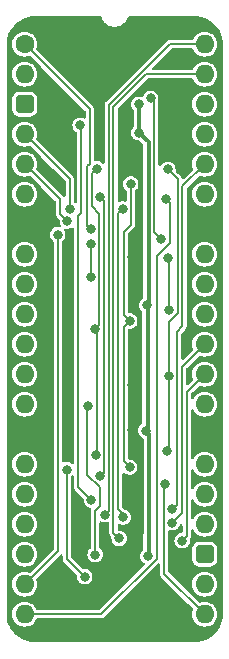
<source format=gbl>
%TF.GenerationSoftware,KiCad,Pcbnew,7.0.5*%
%TF.CreationDate,2024-03-11T10:15:54+02:00*%
%TF.ProjectId,Selector 1-of-4 4bit with Input,53656c65-6374-46f7-9220-312d6f662d34,V0*%
%TF.SameCoordinates,PX54c81a0PY37b6b20*%
%TF.FileFunction,Copper,L2,Bot*%
%TF.FilePolarity,Positive*%
%FSLAX46Y46*%
G04 Gerber Fmt 4.6, Leading zero omitted, Abs format (unit mm)*
G04 Created by KiCad (PCBNEW 7.0.5) date 2024-03-11 10:15:54*
%MOMM*%
%LPD*%
G01*
G04 APERTURE LIST*
G04 Aperture macros list*
%AMRoundRect*
0 Rectangle with rounded corners*
0 $1 Rounding radius*
0 $2 $3 $4 $5 $6 $7 $8 $9 X,Y pos of 4 corners*
0 Add a 4 corners polygon primitive as box body*
4,1,4,$2,$3,$4,$5,$6,$7,$8,$9,$2,$3,0*
0 Add four circle primitives for the rounded corners*
1,1,$1+$1,$2,$3*
1,1,$1+$1,$4,$5*
1,1,$1+$1,$6,$7*
1,1,$1+$1,$8,$9*
0 Add four rect primitives between the rounded corners*
20,1,$1+$1,$2,$3,$4,$5,0*
20,1,$1+$1,$4,$5,$6,$7,0*
20,1,$1+$1,$6,$7,$8,$9,0*
20,1,$1+$1,$8,$9,$2,$3,0*%
G04 Aperture macros list end*
%TA.AperFunction,ComponentPad*%
%ADD10O,1.600000X1.600000*%
%TD*%
%TA.AperFunction,ComponentPad*%
%ADD11R,1.600000X1.600000*%
%TD*%
%TA.AperFunction,ComponentPad*%
%ADD12RoundRect,0.400000X-0.400000X-0.400000X0.400000X-0.400000X0.400000X0.400000X-0.400000X0.400000X0*%
%TD*%
%TA.AperFunction,ComponentPad*%
%ADD13C,1.600000*%
%TD*%
%TA.AperFunction,ViaPad*%
%ADD14C,0.800000*%
%TD*%
%TA.AperFunction,Conductor*%
%ADD15C,0.380000*%
%TD*%
%TA.AperFunction,Conductor*%
%ADD16C,0.200000*%
%TD*%
G04 APERTURE END LIST*
D10*
%TO.P,J2,40,Pin_40*%
%TO.N,A1*%
X15240000Y0D03*
%TO.P,J2,39,Pin_39*%
%TO.N,A3*%
X15240000Y-2540000D03*
%TO.P,J2,38,Pin_38*%
%TO.N,unconnected-(J2-Pin_38-Pad38)*%
X15240000Y-5080000D03*
%TO.P,J2,37,Pin_37*%
%TO.N,B1*%
X15240000Y-7620000D03*
%TO.P,J2,36,Pin_36*%
%TO.N,B3*%
X15240000Y-10160000D03*
%TO.P,J2,35,Pin_35*%
%TO.N,unconnected-(J2-Pin_35-Pad35)*%
X15240000Y-12700000D03*
D11*
%TO.P,J2,34,Pin_34*%
%TO.N,GND*%
X15240000Y-15240000D03*
D10*
%TO.P,J2,33,Pin_33*%
%TO.N,unconnected-(J2-Pin_33-Pad33)*%
X15240000Y-17780000D03*
%TO.P,J2,32,Pin_32*%
%TO.N,Y0*%
X15240000Y-20320000D03*
%TO.P,J2,31,Pin_31*%
%TO.N,Y2*%
X15240000Y-22860000D03*
%TO.P,J2,30,Pin_30*%
%TO.N,Y1*%
X15240000Y-25400000D03*
%TO.P,J2,29,Pin_29*%
%TO.N,Y3*%
X15240000Y-27940000D03*
%TO.P,J2,28,Pin_28*%
%TO.N,unconnected-(J2-Pin_28-Pad28)*%
X15240000Y-30480000D03*
D11*
%TO.P,J2,27,Pin_27*%
%TO.N,GND*%
X15240000Y-33020000D03*
D10*
%TO.P,J2,26,Pin_26*%
%TO.N,unconnected-(J2-Pin_26-Pad26)*%
X15240000Y-35560000D03*
%TO.P,J2,25,Pin_25*%
%TO.N,C1*%
X15240000Y-38100000D03*
%TO.P,J2,24,Pin_24*%
%TO.N,C3*%
X15240000Y-40640000D03*
D12*
%TO.P,J2,23,Pin_23*%
%TO.N,5V*%
X15240000Y-43180000D03*
D10*
%TO.P,J2,22,Pin_22*%
%TO.N,E1*%
X15240000Y-45720000D03*
%TO.P,J2,21,Pin_21*%
%TO.N,E3*%
X15240000Y-48260000D03*
%TO.P,J2,20,Pin_20*%
%TO.N,E2*%
X0Y-48260000D03*
%TO.P,J2,19,Pin_19*%
%TO.N,E0*%
X0Y-45720000D03*
%TO.P,J2,18,Pin_18*%
%TO.N,Write Select*%
X0Y-43180000D03*
%TO.P,J2,17,Pin_17*%
%TO.N,C2*%
X0Y-40640000D03*
%TO.P,J2,16,Pin_16*%
%TO.N,C0*%
X0Y-38100000D03*
%TO.P,J2,15,Pin_15*%
%TO.N,D7*%
X0Y-35560000D03*
D11*
%TO.P,J2,14,Pin_14*%
%TO.N,GND*%
X0Y-33020000D03*
D10*
%TO.P,J2,13,Pin_13*%
%TO.N,D6*%
X0Y-30480000D03*
%TO.P,J2,12,Pin_12*%
%TO.N,D5*%
X0Y-27940000D03*
%TO.P,J2,11,Pin_11*%
%TO.N,D4*%
X0Y-25400000D03*
%TO.P,J2,10,Pin_10*%
%TO.N,D3*%
X0Y-22860000D03*
%TO.P,J2,9,Pin_9*%
%TO.N,D2*%
X0Y-20320000D03*
%TO.P,J2,8,Pin_8*%
%TO.N,D1*%
X0Y-17780000D03*
D11*
%TO.P,J2,7,Pin_7*%
%TO.N,GND*%
X0Y-15240000D03*
D10*
%TO.P,J2,6,Pin_6*%
%TO.N,D0*%
X0Y-12700000D03*
%TO.P,J2,5,Pin_5*%
%TO.N,B2*%
X0Y-10160000D03*
%TO.P,J2,4,Pin_4*%
%TO.N,B0*%
X0Y-7620000D03*
D12*
%TO.P,J2,3,Pin_3*%
%TO.N,5V*%
X0Y-5080000D03*
D10*
%TO.P,J2,2,Pin_2*%
%TO.N,A2*%
X0Y-2540000D03*
D13*
%TO.P,J2,1,Pin_1*%
%TO.N,A0*%
X0Y0D03*
%TD*%
D14*
%TO.N,/~{E}*%
X12192000Y-28067000D03*
%TO.N,/S0*%
X8890000Y-35814000D03*
X8895974Y-23430010D03*
%TO.N,GND*%
X9082000Y-28829000D03*
X9144000Y-21082002D03*
X8509000Y-42799000D03*
X9082000Y-32678672D03*
X2032000Y-31750000D03*
X1904996Y-17145000D03*
X9097498Y-18034000D03*
X8509000Y-8763000D03*
%TO.N,/S0*%
X8989000Y-11838931D03*
%TO.N,Y2*%
X12192000Y-22479000D03*
X12170995Y-18086000D03*
%TO.N,Y0*%
X5617000Y-16891000D03*
X5617000Y-19685000D03*
%TO.N,/S1*%
X6017000Y-34797742D03*
X5969000Y-24130010D03*
%TO.N,5V*%
X10414000Y-43342502D03*
%TO.N,Y1*%
X12508008Y-40513000D03*
%TO.N,Y3*%
X13335000Y-42037000D03*
%TO.N,E3*%
X11883996Y-37277226D03*
%TO.N,E1*%
X3556000Y-36013000D03*
X5080008Y-45085000D03*
%TO.N,C0*%
X6417000Y-12954000D03*
X6417000Y-36576000D03*
%TO.N,Write Select*%
X5389000Y-30607000D03*
X5969000Y-43208000D03*
%TO.N,E0*%
X2794000Y-16128994D03*
%TO.N,/S1*%
X6096000Y-10541000D03*
%TO.N,E2*%
X11981000Y-13081000D03*
%TO.N,B0*%
X3810000Y-13970000D03*
%TO.N,B2*%
X3621000Y-14986000D03*
%TO.N,5V*%
X10229715Y-32709157D03*
X10352000Y-22098000D03*
X9652000Y-5079998D03*
X9667365Y-7501865D03*
%TO.N,/~{E}*%
X12065000Y-34417000D03*
X12128500Y-10604500D03*
%TO.N,C2*%
X8289000Y-13940347D03*
X8340545Y-40046455D03*
%TO.N,B3*%
X12509907Y-39385999D03*
%TO.N,B1*%
X5649998Y-38608000D03*
X4699000Y-6858000D03*
%TO.N,A2*%
X11557000Y-16510000D03*
X10668000Y-4571998D03*
%TO.N,A1*%
X6817000Y-39823000D03*
%TO.N,A3*%
X7987689Y-41848000D03*
%TO.N,A0*%
X5617000Y-15676008D03*
%TD*%
D15*
%TO.N,GND*%
X9685974Y-28225026D02*
X9082000Y-28829000D01*
X9685974Y-23102781D02*
X9685974Y-28225026D01*
X9144000Y-22560807D02*
X9685974Y-23102781D01*
X9144000Y-21082002D02*
X9144000Y-22560807D01*
D16*
%TO.N,/S0*%
X8382000Y-23943984D02*
X8895974Y-23430010D01*
X8890000Y-35814000D02*
X8382000Y-35306000D01*
X8382000Y-35306000D02*
X8382000Y-23943984D01*
X8389000Y-15868000D02*
X8389000Y-22923036D01*
X8389000Y-22923036D02*
X8895974Y-23430010D01*
X8989000Y-11838931D02*
X8989000Y-15268000D01*
X8989000Y-15268000D02*
X8389000Y-15868000D01*
%TO.N,/S1*%
X6089000Y-24250010D02*
X5969000Y-24130010D01*
X6089000Y-34725742D02*
X6089000Y-24250010D01*
X6017000Y-34797742D02*
X6089000Y-34725742D01*
X6317000Y-23782010D02*
X5969000Y-24130010D01*
X5717000Y-13734975D02*
X6317000Y-14334975D01*
X5717000Y-10920000D02*
X5717000Y-13734975D01*
X6096000Y-10541000D02*
X5717000Y-10920000D01*
X6317000Y-14334975D02*
X6317000Y-23782010D01*
%TO.N,C0*%
X6717000Y-13254000D02*
X6417000Y-12954000D01*
X6417000Y-36576000D02*
X6717000Y-36276000D01*
X6717000Y-36276000D02*
X6717000Y-13254000D01*
%TO.N,/~{E}*%
X12192000Y-28067000D02*
X12192000Y-34290000D01*
X12192000Y-34290000D02*
X12065000Y-34417000D01*
X12192000Y-23495000D02*
X12192000Y-28067000D01*
%TO.N,A3*%
X10287000Y-2540000D02*
X15240000Y-2540000D01*
X7517000Y-41377311D02*
X7517000Y-5310000D01*
X7987689Y-41848000D02*
X7517000Y-41377311D01*
X7517000Y-5310000D02*
X10287000Y-2540000D01*
%TO.N,A1*%
X7117000Y-39523000D02*
X6817000Y-39823000D01*
X7117000Y-5144315D02*
X7117000Y-39523000D01*
X12261315Y0D02*
X7117000Y-5144315D01*
X15240000Y0D02*
X12261315Y0D01*
%TO.N,Write Select*%
X5317000Y-30679000D02*
X5389000Y-30607000D01*
X5317000Y-36465950D02*
X5317000Y-30679000D01*
X6350000Y-39116000D02*
X6350000Y-37498950D01*
X5969000Y-39497000D02*
X6350000Y-39116000D01*
X6350000Y-37498950D02*
X5317000Y-36465950D01*
X5969000Y-43208000D02*
X5969000Y-39497000D01*
%TO.N,C2*%
X7917000Y-39370152D02*
X8340545Y-39793697D01*
X7917000Y-14312347D02*
X7917000Y-39370152D01*
X8289000Y-13940347D02*
X7917000Y-14312347D01*
X8340545Y-39793697D02*
X8340545Y-40046455D01*
%TO.N,B0*%
X3810000Y-11430000D02*
X3810000Y-13970000D01*
%TO.N,B2*%
X2983000Y-14348000D02*
X3621000Y-14986000D01*
%TO.N,B0*%
X0Y-7620000D02*
X3810000Y-11430000D01*
%TO.N,B2*%
X2983000Y-13143000D02*
X2983000Y-14348000D01*
X0Y-10160000D02*
X2983000Y-13143000D01*
%TO.N,E0*%
X2794000Y-42926000D02*
X2794000Y-16128994D01*
X0Y-45720000D02*
X2794000Y-42926000D01*
%TO.N,E2*%
X6486452Y-48260000D02*
X0Y-48260000D01*
X11184000Y-17910950D02*
X11184000Y-43562452D01*
X11184000Y-43562452D02*
X6486452Y-48260000D01*
X12281000Y-16813950D02*
X12281000Y-13381000D01*
X12281000Y-13381000D02*
X11981000Y-13081000D01*
X11184000Y-17910950D02*
X12281000Y-16813950D01*
%TO.N,A2*%
X10976000Y-15929000D02*
X11557000Y-16510000D01*
X10976000Y-4879998D02*
X10976000Y-15929000D01*
X10668000Y-4571998D02*
X10976000Y-4879998D01*
%TO.N,A0*%
X5317000Y-15376008D02*
X5617000Y-15676008D01*
X5317000Y-10330050D02*
X5317000Y-15376008D01*
X5528000Y-10119050D02*
X5317000Y-10330050D01*
X5528000Y-5528000D02*
X5528000Y-10119050D01*
X0Y0D02*
X5528000Y-5528000D01*
%TO.N,B1*%
X4507000Y-37465002D02*
X5649998Y-38608000D01*
X4767000Y-14317960D02*
X4507000Y-14577960D01*
X4767000Y-6926000D02*
X4767000Y-14317960D01*
X4699000Y-6858000D02*
X4767000Y-6926000D01*
X4507000Y-14577960D02*
X4507000Y-37465002D01*
D15*
%TO.N,GND*%
X9097498Y-21035500D02*
X9144000Y-21082002D01*
X9097498Y-18034000D02*
X9097498Y-21035500D01*
D16*
%TO.N,Y0*%
X5617000Y-16891000D02*
X5617000Y-19685000D01*
D15*
%TO.N,GND*%
X9906000Y-33502672D02*
X9082000Y-32678672D01*
X9906000Y-41402000D02*
X9906000Y-33502672D01*
X8509000Y-42799000D02*
X9906000Y-41402000D01*
%TO.N,5V*%
X10486000Y-32965442D02*
X10229715Y-32709157D01*
X10486000Y-43270502D02*
X10486000Y-32965442D01*
X10414000Y-43342502D02*
X10486000Y-43270502D01*
X10414000Y-32524872D02*
X10229715Y-32709157D01*
X10414000Y-22160000D02*
X10414000Y-32524872D01*
X10352000Y-22098000D02*
X10414000Y-22160000D01*
X10486000Y-21964000D02*
X10352000Y-22098000D01*
X10486000Y-8320500D02*
X10486000Y-21964000D01*
X9667365Y-7501865D02*
X10486000Y-8320500D01*
D16*
%TO.N,E3*%
X11808000Y-37353222D02*
X11883996Y-37277226D01*
X11808000Y-44828000D02*
X11808000Y-37353222D01*
X15240000Y-48260000D02*
X11808000Y-44828000D01*
%TO.N,B3*%
X12916000Y-38979906D02*
X12509907Y-39385999D01*
X13355500Y-23890158D02*
X12916000Y-24329658D01*
X13355500Y-12044500D02*
X13355500Y-23890158D01*
X15240000Y-10160000D02*
X13355500Y-12044500D01*
X12916000Y-24329658D02*
X12916000Y-38979906D01*
%TO.N,E1*%
X3556000Y-43560992D02*
X5080008Y-45085000D01*
X3556000Y-36013000D02*
X3556000Y-43560992D01*
D15*
%TO.N,GND*%
X762000Y-33020000D02*
X2032000Y-31750000D01*
X0Y-33020000D02*
X762000Y-33020000D01*
D16*
%TO.N,Y2*%
X12192000Y-22479000D02*
X12192000Y-18107005D01*
X12192000Y-18107005D02*
X12170995Y-18086000D01*
D15*
%TO.N,GND*%
X1904996Y-17144996D02*
X1904996Y-17145000D01*
X0Y-15240000D02*
X1904996Y-17144996D01*
X9097498Y-16429502D02*
X9097498Y-18034000D01*
X9525000Y-16002000D02*
X9097498Y-16429502D01*
X9779000Y-15748000D02*
X9525000Y-16002000D01*
X8509000Y-9779000D02*
X9779000Y-11049000D01*
X8509000Y-8763000D02*
X8509000Y-9779000D01*
X9779000Y-11049000D02*
X9779000Y-15748000D01*
%TO.N,5V*%
X9667365Y-5095363D02*
X9667365Y-7501865D01*
X9652000Y-5079998D02*
X9667365Y-5095363D01*
D16*
%TO.N,/~{E}*%
X12955500Y-11431500D02*
X12128500Y-10604500D01*
X12192000Y-23495000D02*
X12955500Y-22731500D01*
X12955500Y-22731500D02*
X12955500Y-11431500D01*
%TO.N,Y3*%
X13716000Y-41656000D02*
X13335000Y-42037000D01*
X13716000Y-29464000D02*
X13716000Y-41656000D01*
X15240000Y-27940000D02*
X13716000Y-29464000D01*
%TO.N,Y1*%
X13316000Y-39705008D02*
X12508008Y-40513000D01*
X13316000Y-27324000D02*
X13316000Y-39705008D01*
X15240000Y-25400000D02*
X13316000Y-27324000D01*
%TD*%
%TA.AperFunction,Conductor*%
%TO.N,GND*%
G36*
X14349134Y2363257D02*
G01*
X14349400Y2363233D01*
X14360100Y2363233D01*
X14402395Y2363233D01*
X14406138Y2363120D01*
X14424192Y2362029D01*
X14685390Y2346233D01*
X14692824Y2345329D01*
X14966153Y2295243D01*
X14973415Y2293452D01*
X15238710Y2210785D01*
X15245716Y2208128D01*
X15499109Y2094089D01*
X15505740Y2090609D01*
X15743553Y1946848D01*
X15749700Y1942605D01*
X15968452Y1771227D01*
X15974049Y1766267D01*
X16170543Y1569776D01*
X16175513Y1564167D01*
X16346879Y1345436D01*
X16351136Y1339269D01*
X16494893Y1101468D01*
X16498375Y1094833D01*
X16612419Y841443D01*
X16615072Y834449D01*
X16692351Y586453D01*
X16697742Y569153D01*
X16699535Y561877D01*
X16749624Y288552D01*
X16750527Y281113D01*
X16767386Y2432D01*
X16767499Y-1313D01*
X16767499Y-48258138D01*
X16767386Y-48261883D01*
X16750494Y-48541108D01*
X16749591Y-48548547D01*
X16699504Y-48821864D01*
X16697711Y-48829140D01*
X16615044Y-49094428D01*
X16612386Y-49101435D01*
X16498348Y-49354815D01*
X16494865Y-49361451D01*
X16351111Y-49599246D01*
X16346854Y-49605413D01*
X16175489Y-49824143D01*
X16170519Y-49829752D01*
X15974032Y-50026237D01*
X15968423Y-50031206D01*
X15749687Y-50202573D01*
X15743520Y-50206830D01*
X15505730Y-50350576D01*
X15499095Y-50354058D01*
X15245708Y-50468095D01*
X15238702Y-50470752D01*
X14973405Y-50553419D01*
X14966129Y-50555213D01*
X14692820Y-50605295D01*
X14685381Y-50606199D01*
X14405610Y-50623119D01*
X14401867Y-50623232D01*
X13843000Y-50623232D01*
X13843000Y-47358682D01*
X14229808Y-47745490D01*
X14263293Y-47806813D01*
X14260788Y-47869166D01*
X14204699Y-48054067D01*
X14184417Y-48260000D01*
X14204699Y-48465932D01*
X14228640Y-48544854D01*
X14264768Y-48663954D01*
X14362315Y-48846450D01*
X14362317Y-48846452D01*
X14493589Y-49006410D01*
X14590209Y-49085702D01*
X14653550Y-49137685D01*
X14836046Y-49235232D01*
X15034066Y-49295300D01*
X15034065Y-49295300D01*
X15052529Y-49297118D01*
X15240000Y-49315583D01*
X15445934Y-49295300D01*
X15643954Y-49235232D01*
X15826450Y-49137685D01*
X15986410Y-49006410D01*
X16117685Y-48846450D01*
X16215232Y-48663954D01*
X16275300Y-48465934D01*
X16295583Y-48260000D01*
X16275300Y-48054066D01*
X16215232Y-47856046D01*
X16117685Y-47673550D01*
X16065702Y-47610209D01*
X15986410Y-47513589D01*
X15826452Y-47382317D01*
X15826453Y-47382317D01*
X15826450Y-47382315D01*
X15643954Y-47284768D01*
X15445934Y-47224700D01*
X15445932Y-47224699D01*
X15445934Y-47224699D01*
X15240000Y-47204417D01*
X15034067Y-47224699D01*
X14849166Y-47280788D01*
X14779299Y-47281411D01*
X14725490Y-47249808D01*
X13843000Y-46367318D01*
X13843000Y-45720000D01*
X14184417Y-45720000D01*
X14204699Y-45925932D01*
X14204700Y-45925934D01*
X14264768Y-46123954D01*
X14362315Y-46306450D01*
X14362317Y-46306452D01*
X14493589Y-46466410D01*
X14590209Y-46545702D01*
X14653550Y-46597685D01*
X14836046Y-46695232D01*
X15034066Y-46755300D01*
X15034065Y-46755300D01*
X15052529Y-46757118D01*
X15240000Y-46775583D01*
X15445934Y-46755300D01*
X15643954Y-46695232D01*
X15826450Y-46597685D01*
X15986410Y-46466410D01*
X16117685Y-46306450D01*
X16215232Y-46123954D01*
X16275300Y-45925934D01*
X16295583Y-45720000D01*
X16275300Y-45514066D01*
X16215232Y-45316046D01*
X16117685Y-45133550D01*
X16036384Y-45034484D01*
X15986410Y-44973589D01*
X15826452Y-44842317D01*
X15826453Y-44842317D01*
X15826450Y-44842315D01*
X15643954Y-44744768D01*
X15445934Y-44684700D01*
X15445932Y-44684699D01*
X15445934Y-44684699D01*
X15240000Y-44664417D01*
X15034067Y-44684699D01*
X14836043Y-44744769D01*
X14725897Y-44803643D01*
X14653550Y-44842315D01*
X14653548Y-44842316D01*
X14653547Y-44842317D01*
X14493589Y-44973589D01*
X14362317Y-45133547D01*
X14264769Y-45316043D01*
X14204699Y-45514067D01*
X14184417Y-45720000D01*
X13843000Y-45720000D01*
X13843000Y-43645701D01*
X14189500Y-43645701D01*
X14192401Y-43682567D01*
X14192402Y-43682573D01*
X14238254Y-43840393D01*
X14238255Y-43840396D01*
X14321917Y-43981862D01*
X14321923Y-43981870D01*
X14438129Y-44098076D01*
X14438133Y-44098079D01*
X14438135Y-44098081D01*
X14579602Y-44181744D01*
X14621224Y-44193836D01*
X14737426Y-44227597D01*
X14737429Y-44227597D01*
X14737431Y-44227598D01*
X14774306Y-44230500D01*
X14774314Y-44230500D01*
X15705686Y-44230500D01*
X15705694Y-44230500D01*
X15742569Y-44227598D01*
X15742571Y-44227597D01*
X15742573Y-44227597D01*
X15784191Y-44215505D01*
X15900398Y-44181744D01*
X16041865Y-44098081D01*
X16158081Y-43981865D01*
X16241744Y-43840398D01*
X16287598Y-43682569D01*
X16290500Y-43645694D01*
X16290500Y-42714306D01*
X16287598Y-42677431D01*
X16279540Y-42649696D01*
X16241745Y-42519606D01*
X16241744Y-42519603D01*
X16241744Y-42519602D01*
X16158081Y-42378135D01*
X16158079Y-42378133D01*
X16158076Y-42378129D01*
X16041870Y-42261923D01*
X16041862Y-42261917D01*
X15900396Y-42178255D01*
X15900393Y-42178254D01*
X15742573Y-42132402D01*
X15742567Y-42132401D01*
X15705701Y-42129500D01*
X15705694Y-42129500D01*
X14774306Y-42129500D01*
X14774298Y-42129500D01*
X14737432Y-42132401D01*
X14737426Y-42132402D01*
X14579606Y-42178254D01*
X14579603Y-42178255D01*
X14438137Y-42261917D01*
X14438129Y-42261923D01*
X14321923Y-42378129D01*
X14321917Y-42378137D01*
X14238255Y-42519603D01*
X14238254Y-42519606D01*
X14192402Y-42677426D01*
X14192401Y-42677432D01*
X14189500Y-42714298D01*
X14189500Y-43645701D01*
X13843000Y-43645701D01*
X13843000Y-42446152D01*
X13915220Y-42341523D01*
X13971237Y-42193818D01*
X13990278Y-42037000D01*
X13979347Y-41946975D01*
X13990807Y-41878052D01*
X14004586Y-41855871D01*
X14028517Y-41825126D01*
X14028519Y-41825118D01*
X14032017Y-41818656D01*
X14035235Y-41812071D01*
X14035239Y-41812067D01*
X14049500Y-41764163D01*
X14050270Y-41761763D01*
X14060324Y-41732477D01*
X14066500Y-41714488D01*
X14066500Y-41714483D01*
X14067706Y-41707256D01*
X14068617Y-41699952D01*
X14066553Y-41650051D01*
X14066500Y-41647489D01*
X14066500Y-41168055D01*
X14086185Y-41101016D01*
X14138989Y-41055261D01*
X14208147Y-41045317D01*
X14271703Y-41074342D01*
X14299856Y-41109598D01*
X14362315Y-41226450D01*
X14362317Y-41226452D01*
X14493589Y-41386410D01*
X14539764Y-41424304D01*
X14653550Y-41517685D01*
X14836046Y-41615232D01*
X15034066Y-41675300D01*
X15034065Y-41675300D01*
X15052529Y-41677118D01*
X15240000Y-41695583D01*
X15445934Y-41675300D01*
X15643954Y-41615232D01*
X15826450Y-41517685D01*
X15986410Y-41386410D01*
X16117685Y-41226450D01*
X16215232Y-41043954D01*
X16275300Y-40845934D01*
X16295583Y-40640000D01*
X16275300Y-40434066D01*
X16215232Y-40236046D01*
X16117685Y-40053550D01*
X16065702Y-39990209D01*
X15986410Y-39893589D01*
X15826452Y-39762317D01*
X15826453Y-39762317D01*
X15826450Y-39762315D01*
X15643954Y-39664768D01*
X15445934Y-39604700D01*
X15445932Y-39604699D01*
X15445934Y-39604699D01*
X15258463Y-39586235D01*
X15240000Y-39584417D01*
X15239999Y-39584417D01*
X15034067Y-39604699D01*
X14836043Y-39664769D01*
X14725897Y-39723643D01*
X14653550Y-39762315D01*
X14653548Y-39762316D01*
X14653547Y-39762317D01*
X14493589Y-39893589D01*
X14362317Y-40053547D01*
X14362315Y-40053550D01*
X14310125Y-40151190D01*
X14299858Y-40170398D01*
X14250895Y-40220242D01*
X14182757Y-40235702D01*
X14117078Y-40211870D01*
X14074709Y-40156312D01*
X14066500Y-40111944D01*
X14066500Y-38628055D01*
X14086185Y-38561016D01*
X14138989Y-38515261D01*
X14208147Y-38505317D01*
X14271703Y-38534342D01*
X14299856Y-38569598D01*
X14362315Y-38686450D01*
X14362317Y-38686452D01*
X14493589Y-38846410D01*
X14590209Y-38925702D01*
X14653550Y-38977685D01*
X14836046Y-39075232D01*
X15034066Y-39135300D01*
X15034065Y-39135300D01*
X15052529Y-39137118D01*
X15240000Y-39155583D01*
X15445934Y-39135300D01*
X15643954Y-39075232D01*
X15826450Y-38977685D01*
X15986410Y-38846410D01*
X16117685Y-38686450D01*
X16215232Y-38503954D01*
X16275300Y-38305934D01*
X16295583Y-38100000D01*
X16275300Y-37894066D01*
X16215232Y-37696046D01*
X16117685Y-37513550D01*
X16065702Y-37450209D01*
X15986410Y-37353589D01*
X15826452Y-37222317D01*
X15826453Y-37222317D01*
X15826450Y-37222315D01*
X15643954Y-37124768D01*
X15445934Y-37064700D01*
X15445932Y-37064699D01*
X15445934Y-37064699D01*
X15240000Y-37044417D01*
X15034067Y-37064699D01*
X14836043Y-37124769D01*
X14725897Y-37183643D01*
X14653550Y-37222315D01*
X14653548Y-37222316D01*
X14653547Y-37222317D01*
X14493589Y-37353589D01*
X14362317Y-37513547D01*
X14362315Y-37513550D01*
X14307387Y-37616312D01*
X14299858Y-37630398D01*
X14250895Y-37680242D01*
X14182757Y-37695702D01*
X14117078Y-37671870D01*
X14074709Y-37616312D01*
X14066500Y-37571944D01*
X14066500Y-36088055D01*
X14086185Y-36021016D01*
X14138989Y-35975261D01*
X14208147Y-35965317D01*
X14271703Y-35994342D01*
X14299856Y-36029598D01*
X14362315Y-36146450D01*
X14362317Y-36146452D01*
X14493589Y-36306410D01*
X14590209Y-36385702D01*
X14653550Y-36437685D01*
X14836046Y-36535232D01*
X15034066Y-36595300D01*
X15034065Y-36595300D01*
X15052529Y-36597118D01*
X15240000Y-36615583D01*
X15445934Y-36595300D01*
X15643954Y-36535232D01*
X15826450Y-36437685D01*
X15986410Y-36306410D01*
X16117685Y-36146450D01*
X16215232Y-35963954D01*
X16275300Y-35765934D01*
X16295583Y-35560000D01*
X16275300Y-35354066D01*
X16215232Y-35156046D01*
X16117685Y-34973550D01*
X16065702Y-34910209D01*
X15986410Y-34813589D01*
X15826452Y-34682317D01*
X15826453Y-34682317D01*
X15826450Y-34682315D01*
X15643954Y-34584768D01*
X15445934Y-34524700D01*
X15445932Y-34524699D01*
X15445934Y-34524699D01*
X15240000Y-34504417D01*
X15034067Y-34524699D01*
X14836043Y-34584769D01*
X14725897Y-34643643D01*
X14653550Y-34682315D01*
X14653548Y-34682316D01*
X14653547Y-34682317D01*
X14493589Y-34813589D01*
X14362317Y-34973547D01*
X14362315Y-34973550D01*
X14307387Y-35076312D01*
X14299858Y-35090398D01*
X14250895Y-35140242D01*
X14182757Y-35155702D01*
X14117078Y-35131870D01*
X14074709Y-35076312D01*
X14066500Y-35031944D01*
X14066500Y-31008055D01*
X14086185Y-30941016D01*
X14138989Y-30895261D01*
X14208147Y-30885317D01*
X14271703Y-30914342D01*
X14299856Y-30949598D01*
X14362315Y-31066450D01*
X14362317Y-31066452D01*
X14493589Y-31226410D01*
X14590209Y-31305702D01*
X14653550Y-31357685D01*
X14836046Y-31455232D01*
X15034066Y-31515300D01*
X15034065Y-31515300D01*
X15052529Y-31517118D01*
X15240000Y-31535583D01*
X15445934Y-31515300D01*
X15643954Y-31455232D01*
X15826450Y-31357685D01*
X15986410Y-31226410D01*
X16117685Y-31066450D01*
X16215232Y-30883954D01*
X16275300Y-30685934D01*
X16295583Y-30480000D01*
X16275300Y-30274066D01*
X16215232Y-30076046D01*
X16117685Y-29893550D01*
X16065702Y-29830209D01*
X15986410Y-29733589D01*
X15826452Y-29602317D01*
X15826453Y-29602317D01*
X15826450Y-29602315D01*
X15643954Y-29504768D01*
X15445934Y-29444700D01*
X15445932Y-29444699D01*
X15445934Y-29444699D01*
X15240000Y-29424417D01*
X15034067Y-29444699D01*
X14836043Y-29504769D01*
X14725897Y-29563643D01*
X14653550Y-29602315D01*
X14653548Y-29602316D01*
X14653547Y-29602317D01*
X14493589Y-29733589D01*
X14362317Y-29893547D01*
X14362315Y-29893550D01*
X14307387Y-29996312D01*
X14299858Y-30010398D01*
X14250895Y-30060242D01*
X14182757Y-30075702D01*
X14117078Y-30051870D01*
X14074709Y-29996312D01*
X14066500Y-29951944D01*
X14066500Y-29660543D01*
X14086185Y-29593504D01*
X14102819Y-29572862D01*
X14251264Y-29424417D01*
X14725491Y-28950189D01*
X14786812Y-28916706D01*
X14849162Y-28919210D01*
X15034066Y-28975300D01*
X15034065Y-28975300D01*
X15052529Y-28977118D01*
X15240000Y-28995583D01*
X15445934Y-28975300D01*
X15643954Y-28915232D01*
X15826450Y-28817685D01*
X15986410Y-28686410D01*
X16117685Y-28526450D01*
X16215232Y-28343954D01*
X16275300Y-28145934D01*
X16295583Y-27940000D01*
X16275300Y-27734066D01*
X16215232Y-27536046D01*
X16117685Y-27353550D01*
X16057362Y-27280046D01*
X15986410Y-27193589D01*
X15826452Y-27062317D01*
X15826453Y-27062317D01*
X15826450Y-27062315D01*
X15643954Y-26964768D01*
X15445934Y-26904700D01*
X15445932Y-26904699D01*
X15445934Y-26904699D01*
X15240000Y-26884417D01*
X15034067Y-26904699D01*
X14836043Y-26964769D01*
X14725897Y-27023643D01*
X14653550Y-27062315D01*
X14653548Y-27062316D01*
X14653547Y-27062317D01*
X14493589Y-27193589D01*
X14362317Y-27353547D01*
X14264769Y-27536043D01*
X14204699Y-27734067D01*
X14184417Y-27939999D01*
X14204699Y-28145932D01*
X14260788Y-28330832D01*
X14261411Y-28400699D01*
X14229808Y-28454508D01*
X13878181Y-28806136D01*
X13843000Y-28825346D01*
X13843000Y-27292680D01*
X14725490Y-26410189D01*
X14786811Y-26376706D01*
X14849163Y-26379210D01*
X15034066Y-26435300D01*
X15034065Y-26435300D01*
X15052529Y-26437118D01*
X15240000Y-26455583D01*
X15445934Y-26435300D01*
X15643954Y-26375232D01*
X15826450Y-26277685D01*
X15986410Y-26146410D01*
X16117685Y-25986450D01*
X16215232Y-25803954D01*
X16275300Y-25605934D01*
X16295583Y-25400000D01*
X16275300Y-25194066D01*
X16215232Y-24996046D01*
X16117685Y-24813550D01*
X16065702Y-24750209D01*
X15986410Y-24653589D01*
X15826452Y-24522317D01*
X15826453Y-24522317D01*
X15826450Y-24522315D01*
X15643954Y-24424768D01*
X15445934Y-24364700D01*
X15445932Y-24364699D01*
X15445934Y-24364699D01*
X15240000Y-24344417D01*
X15034067Y-24364699D01*
X14836043Y-24424769D01*
X14725898Y-24483643D01*
X14653550Y-24522315D01*
X14653548Y-24522316D01*
X14653547Y-24522317D01*
X14493589Y-24653589D01*
X14362317Y-24813547D01*
X14264769Y-24996043D01*
X14204699Y-25194067D01*
X14184417Y-25400000D01*
X14204699Y-25605932D01*
X14260788Y-25790832D01*
X14261411Y-25860699D01*
X14229808Y-25914508D01*
X13843000Y-26301315D01*
X13843000Y-22860000D01*
X14184417Y-22860000D01*
X14204699Y-23065932D01*
X14204700Y-23065934D01*
X14264768Y-23263954D01*
X14362315Y-23446450D01*
X14362317Y-23446452D01*
X14493589Y-23606410D01*
X14590209Y-23685702D01*
X14653550Y-23737685D01*
X14836046Y-23835232D01*
X15034066Y-23895300D01*
X15034065Y-23895300D01*
X15052529Y-23897118D01*
X15240000Y-23915583D01*
X15445934Y-23895300D01*
X15643954Y-23835232D01*
X15826450Y-23737685D01*
X15986410Y-23606410D01*
X16117685Y-23446450D01*
X16215232Y-23263954D01*
X16275300Y-23065934D01*
X16295583Y-22860000D01*
X16275300Y-22654066D01*
X16215232Y-22456046D01*
X16117685Y-22273550D01*
X16065702Y-22210209D01*
X15986410Y-22113589D01*
X15826452Y-21982317D01*
X15826453Y-21982317D01*
X15826450Y-21982315D01*
X15643954Y-21884768D01*
X15445934Y-21824700D01*
X15445932Y-21824699D01*
X15445934Y-21824699D01*
X15240000Y-21804417D01*
X15034067Y-21824699D01*
X14836043Y-21884769D01*
X14725898Y-21943643D01*
X14653550Y-21982315D01*
X14653548Y-21982316D01*
X14653547Y-21982317D01*
X14493589Y-22113589D01*
X14362317Y-22273547D01*
X14264769Y-22456043D01*
X14204699Y-22654067D01*
X14184417Y-22860000D01*
X13843000Y-22860000D01*
X13843000Y-20320000D01*
X14184417Y-20320000D01*
X14204699Y-20525932D01*
X14204700Y-20525934D01*
X14264768Y-20723954D01*
X14362315Y-20906450D01*
X14362317Y-20906452D01*
X14493589Y-21066410D01*
X14590209Y-21145702D01*
X14653550Y-21197685D01*
X14836046Y-21295232D01*
X15034066Y-21355300D01*
X15034065Y-21355300D01*
X15052529Y-21357118D01*
X15240000Y-21375583D01*
X15445934Y-21355300D01*
X15643954Y-21295232D01*
X15826450Y-21197685D01*
X15986410Y-21066410D01*
X16117685Y-20906450D01*
X16215232Y-20723954D01*
X16275300Y-20525934D01*
X16295583Y-20320000D01*
X16275300Y-20114066D01*
X16215232Y-19916046D01*
X16117685Y-19733550D01*
X16065702Y-19670209D01*
X15986410Y-19573589D01*
X15826452Y-19442317D01*
X15826453Y-19442317D01*
X15826450Y-19442315D01*
X15643954Y-19344768D01*
X15445934Y-19284700D01*
X15445932Y-19284699D01*
X15445934Y-19284699D01*
X15240000Y-19264417D01*
X15034067Y-19284699D01*
X14836043Y-19344769D01*
X14725898Y-19403643D01*
X14653550Y-19442315D01*
X14653548Y-19442316D01*
X14653547Y-19442317D01*
X14493589Y-19573589D01*
X14362317Y-19733547D01*
X14264769Y-19916043D01*
X14204699Y-20114067D01*
X14184417Y-20320000D01*
X13843000Y-20320000D01*
X13843000Y-17779999D01*
X14184417Y-17779999D01*
X14204699Y-17985932D01*
X14204700Y-17985934D01*
X14264768Y-18183954D01*
X14362315Y-18366450D01*
X14362317Y-18366452D01*
X14493589Y-18526410D01*
X14590209Y-18605702D01*
X14653550Y-18657685D01*
X14836046Y-18755232D01*
X15034066Y-18815300D01*
X15034065Y-18815300D01*
X15052529Y-18817118D01*
X15240000Y-18835583D01*
X15445934Y-18815300D01*
X15643954Y-18755232D01*
X15826450Y-18657685D01*
X15986410Y-18526410D01*
X16117685Y-18366450D01*
X16215232Y-18183954D01*
X16275300Y-17985934D01*
X16295583Y-17780000D01*
X16275300Y-17574066D01*
X16215232Y-17376046D01*
X16117685Y-17193550D01*
X16065702Y-17130209D01*
X15986410Y-17033589D01*
X15826452Y-16902317D01*
X15826453Y-16902317D01*
X15826450Y-16902315D01*
X15643954Y-16804768D01*
X15445934Y-16744700D01*
X15445932Y-16744699D01*
X15445934Y-16744699D01*
X15240000Y-16724417D01*
X15034067Y-16744699D01*
X14836043Y-16804769D01*
X14725898Y-16863643D01*
X14653550Y-16902315D01*
X14653548Y-16902316D01*
X14653547Y-16902317D01*
X14493589Y-17033589D01*
X14362317Y-17193547D01*
X14264769Y-17376043D01*
X14204699Y-17574067D01*
X14184417Y-17779999D01*
X13843000Y-17779999D01*
X13843000Y-12700000D01*
X14184417Y-12700000D01*
X14204699Y-12905932D01*
X14204700Y-12905934D01*
X14264768Y-13103954D01*
X14362315Y-13286450D01*
X14362317Y-13286452D01*
X14493589Y-13446410D01*
X14590209Y-13525702D01*
X14653550Y-13577685D01*
X14836046Y-13675232D01*
X15034066Y-13735300D01*
X15034065Y-13735300D01*
X15052529Y-13737118D01*
X15240000Y-13755583D01*
X15445934Y-13735300D01*
X15643954Y-13675232D01*
X15826450Y-13577685D01*
X15986410Y-13446410D01*
X16117685Y-13286450D01*
X16215232Y-13103954D01*
X16275300Y-12905934D01*
X16295583Y-12700000D01*
X16275300Y-12494066D01*
X16215232Y-12296046D01*
X16117685Y-12113550D01*
X16013018Y-11986012D01*
X15986410Y-11953589D01*
X15826452Y-11822317D01*
X15826453Y-11822317D01*
X15826450Y-11822315D01*
X15643954Y-11724768D01*
X15445934Y-11664700D01*
X15445932Y-11664699D01*
X15445934Y-11664699D01*
X15240000Y-11644417D01*
X15034067Y-11664699D01*
X14836043Y-11724769D01*
X14749635Y-11770956D01*
X14653550Y-11822315D01*
X14653548Y-11822316D01*
X14653547Y-11822317D01*
X14493589Y-11953589D01*
X14362317Y-12113547D01*
X14264769Y-12296043D01*
X14204699Y-12494067D01*
X14184417Y-12700000D01*
X13843000Y-12700000D01*
X13843000Y-12052681D01*
X14725491Y-11170189D01*
X14786812Y-11136706D01*
X14849162Y-11139210D01*
X15034066Y-11195300D01*
X15034065Y-11195300D01*
X15052529Y-11197118D01*
X15240000Y-11215583D01*
X15445934Y-11195300D01*
X15643954Y-11135232D01*
X15826450Y-11037685D01*
X15986410Y-10906410D01*
X16117685Y-10746450D01*
X16215232Y-10563954D01*
X16275300Y-10365934D01*
X16295583Y-10160000D01*
X16275300Y-9954066D01*
X16215232Y-9756046D01*
X16117685Y-9573550D01*
X16065702Y-9510209D01*
X15986410Y-9413589D01*
X15826452Y-9282317D01*
X15826453Y-9282317D01*
X15826450Y-9282315D01*
X15643954Y-9184768D01*
X15445934Y-9124700D01*
X15445932Y-9124699D01*
X15445934Y-9124699D01*
X15240000Y-9104417D01*
X15034067Y-9124699D01*
X14836043Y-9184769D01*
X14725898Y-9243643D01*
X14653550Y-9282315D01*
X14653548Y-9282316D01*
X14653547Y-9282317D01*
X14493589Y-9413589D01*
X14362317Y-9573547D01*
X14264769Y-9756043D01*
X14204699Y-9954067D01*
X14184417Y-10159999D01*
X14204699Y-10365932D01*
X14260788Y-10550832D01*
X14261411Y-10620699D01*
X14229808Y-10674508D01*
X13843000Y-11061316D01*
X13843000Y-7619999D01*
X14184417Y-7619999D01*
X14204699Y-7825932D01*
X14204700Y-7825934D01*
X14264768Y-8023954D01*
X14362315Y-8206450D01*
X14362317Y-8206452D01*
X14493589Y-8366410D01*
X14590209Y-8445702D01*
X14653550Y-8497685D01*
X14836046Y-8595232D01*
X15034066Y-8655300D01*
X15034065Y-8655300D01*
X15052529Y-8657118D01*
X15240000Y-8675583D01*
X15445934Y-8655300D01*
X15643954Y-8595232D01*
X15826450Y-8497685D01*
X15986410Y-8366410D01*
X16117685Y-8206450D01*
X16215232Y-8023954D01*
X16275300Y-7825934D01*
X16295583Y-7620000D01*
X16275300Y-7414066D01*
X16215232Y-7216046D01*
X16117685Y-7033550D01*
X16065702Y-6970209D01*
X15986410Y-6873589D01*
X15826452Y-6742317D01*
X15826453Y-6742317D01*
X15826450Y-6742315D01*
X15643954Y-6644768D01*
X15445934Y-6584700D01*
X15445932Y-6584699D01*
X15445934Y-6584699D01*
X15240000Y-6564417D01*
X15034067Y-6584699D01*
X14836043Y-6644769D01*
X14725898Y-6703643D01*
X14653550Y-6742315D01*
X14653548Y-6742316D01*
X14653547Y-6742317D01*
X14493589Y-6873589D01*
X14362317Y-7033547D01*
X14264769Y-7216043D01*
X14204699Y-7414067D01*
X14184417Y-7619999D01*
X13843000Y-7619999D01*
X13843000Y-5079999D01*
X14184417Y-5079999D01*
X14204699Y-5285932D01*
X14204700Y-5285934D01*
X14264768Y-5483954D01*
X14362315Y-5666450D01*
X14362317Y-5666452D01*
X14493589Y-5826410D01*
X14590209Y-5905702D01*
X14653550Y-5957685D01*
X14836046Y-6055232D01*
X15034066Y-6115300D01*
X15034065Y-6115300D01*
X15052529Y-6117118D01*
X15240000Y-6135583D01*
X15445934Y-6115300D01*
X15643954Y-6055232D01*
X15826450Y-5957685D01*
X15986410Y-5826410D01*
X16117685Y-5666450D01*
X16215232Y-5483954D01*
X16275300Y-5285934D01*
X16295583Y-5080000D01*
X16275300Y-4874066D01*
X16215232Y-4676046D01*
X16117685Y-4493550D01*
X16065702Y-4430209D01*
X15986410Y-4333589D01*
X15826452Y-4202317D01*
X15826453Y-4202317D01*
X15826450Y-4202315D01*
X15643954Y-4104768D01*
X15445934Y-4044700D01*
X15445932Y-4044699D01*
X15445934Y-4044699D01*
X15240000Y-4024417D01*
X15034067Y-4044699D01*
X14836043Y-4104769D01*
X14725898Y-4163643D01*
X14653550Y-4202315D01*
X14653548Y-4202316D01*
X14653547Y-4202317D01*
X14493589Y-4333589D01*
X14362317Y-4493547D01*
X14264769Y-4676043D01*
X14204699Y-4874067D01*
X14184417Y-5079999D01*
X13843000Y-5079999D01*
X13843000Y-2890500D01*
X14161873Y-2890500D01*
X14228912Y-2910185D01*
X14271231Y-2956046D01*
X14362315Y-3126450D01*
X14362317Y-3126452D01*
X14493589Y-3286410D01*
X14590209Y-3365702D01*
X14653550Y-3417685D01*
X14836046Y-3515232D01*
X15034066Y-3575300D01*
X15034065Y-3575300D01*
X15052529Y-3577118D01*
X15240000Y-3595583D01*
X15445934Y-3575300D01*
X15643954Y-3515232D01*
X15826450Y-3417685D01*
X15986410Y-3286410D01*
X16117685Y-3126450D01*
X16215232Y-2943954D01*
X16275300Y-2745934D01*
X16295583Y-2540000D01*
X16275300Y-2334066D01*
X16215232Y-2136046D01*
X16117685Y-1953550D01*
X16065702Y-1890209D01*
X15986410Y-1793589D01*
X15826452Y-1662317D01*
X15826453Y-1662317D01*
X15826450Y-1662315D01*
X15643954Y-1564768D01*
X15445934Y-1504700D01*
X15445932Y-1504699D01*
X15445934Y-1504699D01*
X15240000Y-1484417D01*
X15034067Y-1504699D01*
X14836043Y-1564769D01*
X14725898Y-1623643D01*
X14653550Y-1662315D01*
X14653548Y-1662316D01*
X14653547Y-1662317D01*
X14493589Y-1793589D01*
X14362317Y-1953547D01*
X14271231Y-2123954D01*
X14222268Y-2173798D01*
X14161873Y-2189500D01*
X13843000Y-2189500D01*
X13843000Y-350500D01*
X14161873Y-350500D01*
X14228912Y-370185D01*
X14271231Y-416046D01*
X14362315Y-586450D01*
X14362317Y-586452D01*
X14493589Y-746410D01*
X14590209Y-825702D01*
X14653550Y-877685D01*
X14836046Y-975232D01*
X15034066Y-1035300D01*
X15034065Y-1035300D01*
X15052529Y-1037118D01*
X15240000Y-1055583D01*
X15445934Y-1035300D01*
X15643954Y-975232D01*
X15826450Y-877685D01*
X15986410Y-746410D01*
X16117685Y-586450D01*
X16215232Y-403954D01*
X16275300Y-205934D01*
X16295583Y0D01*
X16275300Y205934D01*
X16215232Y403954D01*
X16117685Y586450D01*
X16065702Y649791D01*
X15986410Y746411D01*
X15826452Y877683D01*
X15826453Y877683D01*
X15826450Y877685D01*
X15643954Y975232D01*
X15445934Y1035300D01*
X15445932Y1035301D01*
X15445934Y1035301D01*
X15240000Y1055583D01*
X15034067Y1035301D01*
X14836043Y975231D01*
X14725898Y916357D01*
X14653550Y877685D01*
X14653548Y877684D01*
X14653547Y877683D01*
X14493589Y746411D01*
X14362317Y586453D01*
X14362315Y586450D01*
X14314914Y497772D01*
X14271231Y416046D01*
X14222268Y366202D01*
X14161873Y350500D01*
X13843000Y350500D01*
X13843000Y2363469D01*
X14349134Y2363257D01*
G37*
%TD.AperFunction*%
%TD*%
%TA.AperFunction,Conductor*%
%TO.N,GND*%
G36*
X1397000Y-901317D02*
G01*
X1010191Y-514509D01*
X976706Y-453186D01*
X979210Y-390837D01*
X1035300Y-205934D01*
X1055583Y0D01*
X1035300Y205934D01*
X975232Y403954D01*
X877685Y586450D01*
X825702Y649791D01*
X746410Y746411D01*
X586452Y877683D01*
X586453Y877683D01*
X586450Y877685D01*
X403954Y975232D01*
X205934Y1035300D01*
X205932Y1035301D01*
X205934Y1035301D01*
X0Y1055583D01*
X-205933Y1035301D01*
X-403957Y975231D01*
X-514102Y916357D01*
X-586450Y877685D01*
X-586452Y877684D01*
X-586453Y877683D01*
X-746411Y746411D01*
X-877683Y586453D01*
X-877685Y586450D01*
X-890826Y561865D01*
X-975231Y403957D01*
X-1035301Y205933D01*
X-1055583Y0D01*
X-1035301Y-205932D01*
X-1035300Y-205934D01*
X-975232Y-403954D01*
X-877685Y-586450D01*
X-877683Y-586452D01*
X-746411Y-746410D01*
X-649791Y-825702D01*
X-586450Y-877685D01*
X-403954Y-975232D01*
X-205934Y-1035300D01*
X-205935Y-1035300D01*
X-185652Y-1037297D01*
X0Y-1055583D01*
X205934Y-1035300D01*
X390836Y-979210D01*
X460699Y-978588D01*
X514509Y-1010191D01*
X1397000Y-1892682D01*
X1397000Y-8521318D01*
X1010191Y-8134509D01*
X976706Y-8073186D01*
X979210Y-8010837D01*
X1035300Y-7825934D01*
X1055583Y-7620000D01*
X1035300Y-7414066D01*
X975232Y-7216046D01*
X877685Y-7033550D01*
X825702Y-6970209D01*
X746410Y-6873589D01*
X586452Y-6742317D01*
X586453Y-6742317D01*
X586450Y-6742315D01*
X403954Y-6644768D01*
X205934Y-6584700D01*
X205932Y-6584699D01*
X205934Y-6584699D01*
X0Y-6564417D01*
X-205933Y-6584699D01*
X-403957Y-6644769D01*
X-514102Y-6703643D01*
X-586450Y-6742315D01*
X-586452Y-6742316D01*
X-586453Y-6742317D01*
X-746411Y-6873589D01*
X-877683Y-7033547D01*
X-975231Y-7216043D01*
X-1035301Y-7414067D01*
X-1055583Y-7620000D01*
X-1035301Y-7825932D01*
X-1035300Y-7825934D01*
X-975232Y-8023954D01*
X-877685Y-8206450D01*
X-877683Y-8206452D01*
X-746411Y-8366410D01*
X-649791Y-8445702D01*
X-586450Y-8497685D01*
X-403954Y-8595232D01*
X-205934Y-8655300D01*
X-205935Y-8655300D01*
X-185652Y-8657297D01*
X0Y-8675583D01*
X205934Y-8655300D01*
X390836Y-8599210D01*
X460699Y-8598588D01*
X514509Y-8630191D01*
X1397000Y-9512682D01*
X1397000Y-11061318D01*
X1010191Y-10674509D01*
X976706Y-10613186D01*
X979210Y-10550837D01*
X1035300Y-10365934D01*
X1055583Y-10160000D01*
X1035300Y-9954066D01*
X975232Y-9756046D01*
X877685Y-9573550D01*
X825702Y-9510209D01*
X746410Y-9413589D01*
X586452Y-9282317D01*
X586453Y-9282317D01*
X586450Y-9282315D01*
X403954Y-9184768D01*
X205934Y-9124700D01*
X205932Y-9124699D01*
X205934Y-9124699D01*
X18463Y-9106235D01*
X0Y-9104417D01*
X-1Y-9104417D01*
X-205933Y-9124699D01*
X-403957Y-9184769D01*
X-514102Y-9243643D01*
X-586450Y-9282315D01*
X-586452Y-9282316D01*
X-586453Y-9282317D01*
X-746411Y-9413589D01*
X-877683Y-9573547D01*
X-975231Y-9756043D01*
X-1035301Y-9954067D01*
X-1055583Y-10159999D01*
X-1035301Y-10365932D01*
X-1035300Y-10365934D01*
X-975232Y-10563954D01*
X-877685Y-10746450D01*
X-877683Y-10746452D01*
X-746411Y-10906410D01*
X-649791Y-10985702D01*
X-586450Y-11037685D01*
X-403954Y-11135232D01*
X-205934Y-11195300D01*
X-205935Y-11195300D01*
X-187471Y-11197118D01*
X0Y-11215583D01*
X205934Y-11195300D01*
X390836Y-11139210D01*
X460699Y-11138588D01*
X514509Y-11170191D01*
X1397000Y-12052682D01*
X1397000Y-43827316D01*
X514508Y-44709808D01*
X453185Y-44743293D01*
X390833Y-44740788D01*
X205934Y-44684700D01*
X205932Y-44684699D01*
X205934Y-44684699D01*
X18463Y-44666235D01*
X0Y-44664417D01*
X-1Y-44664417D01*
X-205933Y-44684699D01*
X-381308Y-44737898D01*
X-399091Y-44743293D01*
X-403957Y-44744769D01*
X-514103Y-44803643D01*
X-586450Y-44842315D01*
X-586452Y-44842316D01*
X-586453Y-44842317D01*
X-746411Y-44973589D01*
X-877683Y-45133547D01*
X-975231Y-45316043D01*
X-1035301Y-45514067D01*
X-1055583Y-45720000D01*
X-1035301Y-45925932D01*
X-1035300Y-45925934D01*
X-975232Y-46123954D01*
X-877685Y-46306450D01*
X-877683Y-46306452D01*
X-746411Y-46466410D01*
X-649791Y-46545702D01*
X-586450Y-46597685D01*
X-403954Y-46695232D01*
X-205934Y-46755300D01*
X-205935Y-46755300D01*
X-185653Y-46757297D01*
X0Y-46775583D01*
X205934Y-46755300D01*
X403954Y-46695232D01*
X586450Y-46597685D01*
X746410Y-46466410D01*
X877685Y-46306450D01*
X975232Y-46123954D01*
X1035300Y-45925934D01*
X1055583Y-45720000D01*
X1035300Y-45514066D01*
X979210Y-45329163D01*
X978588Y-45259298D01*
X1010189Y-45205491D01*
X1397000Y-44818681D01*
X1397000Y-47909500D01*
X1078127Y-47909500D01*
X1011088Y-47889815D01*
X968769Y-47843954D01*
X949879Y-47808615D01*
X877685Y-47673550D01*
X825702Y-47610209D01*
X746410Y-47513589D01*
X586452Y-47382317D01*
X586453Y-47382317D01*
X586450Y-47382315D01*
X403954Y-47284768D01*
X205934Y-47224700D01*
X205932Y-47224699D01*
X205934Y-47224699D01*
X0Y-47204417D01*
X-205933Y-47224699D01*
X-403957Y-47284769D01*
X-514103Y-47343643D01*
X-586450Y-47382315D01*
X-586452Y-47382316D01*
X-586453Y-47382317D01*
X-746411Y-47513589D01*
X-877683Y-47673547D01*
X-975231Y-47856043D01*
X-1035301Y-48054067D01*
X-1051233Y-48215830D01*
X-1055583Y-48260000D01*
X-1053368Y-48282497D01*
X-1035301Y-48465932D01*
X-1035300Y-48465934D01*
X-975232Y-48663954D01*
X-877685Y-48846450D01*
X-877683Y-48846452D01*
X-746411Y-49006410D01*
X-649791Y-49085702D01*
X-586450Y-49137685D01*
X-403954Y-49235232D01*
X-205934Y-49295300D01*
X-205935Y-49295300D01*
X-187471Y-49297118D01*
X0Y-49315583D01*
X205934Y-49295300D01*
X403954Y-49235232D01*
X586450Y-49137685D01*
X746410Y-49006410D01*
X877685Y-48846450D01*
X968768Y-48676046D01*
X1017732Y-48626202D01*
X1078127Y-48610500D01*
X1397000Y-48610500D01*
X1397000Y-50623232D01*
X837604Y-50623232D01*
X833861Y-50623119D01*
X554615Y-50606232D01*
X547175Y-50605328D01*
X273860Y-50555245D01*
X266584Y-50553451D01*
X1288Y-50470784D01*
X-5718Y-50468127D01*
X-259110Y-50354087D01*
X-265745Y-50350605D01*
X-503543Y-50206854D01*
X-509705Y-50202601D01*
X-728451Y-50031227D01*
X-734050Y-50026266D01*
X-930544Y-49829775D01*
X-935510Y-49824171D01*
X-1106880Y-49605435D01*
X-1111137Y-49599268D01*
X-1134367Y-49560842D01*
X-1254902Y-49361454D01*
X-1258368Y-49354851D01*
X-1372423Y-49101432D01*
X-1375070Y-49094455D01*
X-1457746Y-48829142D01*
X-1459537Y-48821873D01*
X-1509625Y-48548551D01*
X-1510529Y-48541112D01*
X-1515777Y-48454356D01*
X-1527387Y-48262411D01*
X-1527500Y-48258667D01*
X-1527500Y-43180000D01*
X-1055583Y-43180000D01*
X-1035301Y-43385932D01*
X-1035300Y-43385934D01*
X-975232Y-43583954D01*
X-877685Y-43766450D01*
X-877683Y-43766452D01*
X-746411Y-43926410D01*
X-649791Y-44005702D01*
X-586450Y-44057685D01*
X-403954Y-44155232D01*
X-205934Y-44215300D01*
X-205935Y-44215300D01*
X-187471Y-44217118D01*
X0Y-44235583D01*
X205934Y-44215300D01*
X403954Y-44155232D01*
X586450Y-44057685D01*
X746410Y-43926410D01*
X877685Y-43766450D01*
X975232Y-43583954D01*
X1035300Y-43385934D01*
X1055583Y-43180000D01*
X1035300Y-42974066D01*
X975232Y-42776046D01*
X877685Y-42593550D01*
X825702Y-42530209D01*
X746410Y-42433589D01*
X586452Y-42302317D01*
X586453Y-42302317D01*
X586450Y-42302315D01*
X403954Y-42204768D01*
X205934Y-42144700D01*
X205932Y-42144699D01*
X205934Y-42144699D01*
X18463Y-42126235D01*
X0Y-42124417D01*
X-1Y-42124417D01*
X-205933Y-42144699D01*
X-403957Y-42204769D01*
X-514103Y-42263643D01*
X-586450Y-42302315D01*
X-586452Y-42302316D01*
X-586453Y-42302317D01*
X-746411Y-42433589D01*
X-877683Y-42593547D01*
X-975231Y-42776043D01*
X-1035301Y-42974067D01*
X-1055583Y-43180000D01*
X-1527500Y-43180000D01*
X-1527500Y-40640000D01*
X-1055583Y-40640000D01*
X-1035301Y-40845932D01*
X-1035300Y-40845934D01*
X-975232Y-41043954D01*
X-877685Y-41226450D01*
X-877683Y-41226452D01*
X-746411Y-41386410D01*
X-649791Y-41465702D01*
X-586450Y-41517685D01*
X-403954Y-41615232D01*
X-205934Y-41675300D01*
X-205935Y-41675300D01*
X-185653Y-41677297D01*
X0Y-41695583D01*
X205934Y-41675300D01*
X403954Y-41615232D01*
X586450Y-41517685D01*
X746410Y-41386410D01*
X877685Y-41226450D01*
X975232Y-41043954D01*
X1035300Y-40845934D01*
X1055583Y-40640000D01*
X1035300Y-40434066D01*
X975232Y-40236046D01*
X877685Y-40053550D01*
X825702Y-39990209D01*
X746410Y-39893589D01*
X586452Y-39762317D01*
X586453Y-39762317D01*
X586450Y-39762315D01*
X403954Y-39664768D01*
X205934Y-39604700D01*
X205932Y-39604699D01*
X205934Y-39604699D01*
X0Y-39584417D01*
X-205933Y-39604699D01*
X-403957Y-39664769D01*
X-514103Y-39723643D01*
X-586450Y-39762315D01*
X-586452Y-39762316D01*
X-586453Y-39762317D01*
X-746411Y-39893589D01*
X-877683Y-40053547D01*
X-975231Y-40236043D01*
X-1035301Y-40434067D01*
X-1055583Y-40640000D01*
X-1527500Y-40640000D01*
X-1527500Y-38099999D01*
X-1055583Y-38099999D01*
X-1035301Y-38305932D01*
X-1035300Y-38305934D01*
X-975232Y-38503954D01*
X-877685Y-38686450D01*
X-877683Y-38686452D01*
X-746411Y-38846410D01*
X-649791Y-38925702D01*
X-586450Y-38977685D01*
X-403954Y-39075232D01*
X-205934Y-39135300D01*
X-205935Y-39135300D01*
X-185652Y-39137297D01*
X0Y-39155583D01*
X205934Y-39135300D01*
X403954Y-39075232D01*
X586450Y-38977685D01*
X746410Y-38846410D01*
X877685Y-38686450D01*
X975232Y-38503954D01*
X1035300Y-38305934D01*
X1055583Y-38100000D01*
X1035300Y-37894066D01*
X975232Y-37696046D01*
X877685Y-37513550D01*
X825702Y-37450209D01*
X746410Y-37353589D01*
X586452Y-37222317D01*
X586453Y-37222317D01*
X586450Y-37222315D01*
X403954Y-37124768D01*
X205934Y-37064700D01*
X205932Y-37064699D01*
X205934Y-37064699D01*
X18463Y-37046235D01*
X0Y-37044417D01*
X-1Y-37044417D01*
X-205933Y-37064699D01*
X-403957Y-37124769D01*
X-514103Y-37183643D01*
X-586450Y-37222315D01*
X-586452Y-37222316D01*
X-586453Y-37222317D01*
X-746411Y-37353589D01*
X-877683Y-37513547D01*
X-975231Y-37696043D01*
X-1035301Y-37894067D01*
X-1055583Y-38099999D01*
X-1527500Y-38099999D01*
X-1527500Y-35559999D01*
X-1055583Y-35559999D01*
X-1035301Y-35765932D01*
X-1035300Y-35765934D01*
X-975232Y-35963954D01*
X-877685Y-36146450D01*
X-877683Y-36146452D01*
X-746411Y-36306410D01*
X-649791Y-36385702D01*
X-586450Y-36437685D01*
X-403954Y-36535232D01*
X-205934Y-36595300D01*
X-205935Y-36595300D01*
X-187471Y-36597118D01*
X0Y-36615583D01*
X205934Y-36595300D01*
X403954Y-36535232D01*
X586450Y-36437685D01*
X746410Y-36306410D01*
X877685Y-36146450D01*
X975232Y-35963954D01*
X1035300Y-35765934D01*
X1055583Y-35560000D01*
X1035300Y-35354066D01*
X975232Y-35156046D01*
X877685Y-34973550D01*
X825702Y-34910209D01*
X746410Y-34813589D01*
X586452Y-34682317D01*
X586453Y-34682317D01*
X586450Y-34682315D01*
X403954Y-34584768D01*
X205934Y-34524700D01*
X205932Y-34524699D01*
X205934Y-34524699D01*
X18463Y-34506235D01*
X0Y-34504417D01*
X-1Y-34504417D01*
X-205933Y-34524699D01*
X-403957Y-34584769D01*
X-514103Y-34643643D01*
X-586450Y-34682315D01*
X-586452Y-34682316D01*
X-586453Y-34682317D01*
X-746411Y-34813589D01*
X-877683Y-34973547D01*
X-975231Y-35156043D01*
X-1035301Y-35354067D01*
X-1055583Y-35559999D01*
X-1527500Y-35559999D01*
X-1527500Y-30480000D01*
X-1055583Y-30480000D01*
X-1035301Y-30685932D01*
X-1035300Y-30685934D01*
X-975232Y-30883954D01*
X-877685Y-31066450D01*
X-877683Y-31066452D01*
X-746411Y-31226410D01*
X-649791Y-31305702D01*
X-586450Y-31357685D01*
X-403954Y-31455232D01*
X-205934Y-31515300D01*
X-205935Y-31515300D01*
X-185653Y-31517297D01*
X0Y-31535583D01*
X205934Y-31515300D01*
X403954Y-31455232D01*
X586450Y-31357685D01*
X746410Y-31226410D01*
X877685Y-31066450D01*
X975232Y-30883954D01*
X1035300Y-30685934D01*
X1055583Y-30480000D01*
X1035300Y-30274066D01*
X975232Y-30076046D01*
X877685Y-29893550D01*
X825702Y-29830209D01*
X746410Y-29733589D01*
X586452Y-29602317D01*
X586453Y-29602317D01*
X586450Y-29602315D01*
X403954Y-29504768D01*
X205934Y-29444700D01*
X205932Y-29444699D01*
X205934Y-29444699D01*
X0Y-29424417D01*
X-205933Y-29444699D01*
X-403957Y-29504769D01*
X-514102Y-29563643D01*
X-586450Y-29602315D01*
X-586452Y-29602316D01*
X-586453Y-29602317D01*
X-746411Y-29733589D01*
X-877683Y-29893547D01*
X-975231Y-30076043D01*
X-1035301Y-30274067D01*
X-1055583Y-30480000D01*
X-1527500Y-30480000D01*
X-1527500Y-27939999D01*
X-1055583Y-27939999D01*
X-1035301Y-28145932D01*
X-1035300Y-28145934D01*
X-975232Y-28343954D01*
X-877685Y-28526450D01*
X-877683Y-28526452D01*
X-746411Y-28686410D01*
X-649791Y-28765702D01*
X-586450Y-28817685D01*
X-403954Y-28915232D01*
X-205934Y-28975300D01*
X-205935Y-28975300D01*
X-187471Y-28977118D01*
X0Y-28995583D01*
X205934Y-28975300D01*
X403954Y-28915232D01*
X586450Y-28817685D01*
X746410Y-28686410D01*
X877685Y-28526450D01*
X975232Y-28343954D01*
X1035300Y-28145934D01*
X1055583Y-27940000D01*
X1035300Y-27734066D01*
X975232Y-27536046D01*
X877685Y-27353550D01*
X825702Y-27290209D01*
X746410Y-27193589D01*
X586452Y-27062317D01*
X586453Y-27062317D01*
X586450Y-27062315D01*
X403954Y-26964768D01*
X205934Y-26904700D01*
X205932Y-26904699D01*
X205934Y-26904699D01*
X18463Y-26886235D01*
X0Y-26884417D01*
X-1Y-26884417D01*
X-205933Y-26904699D01*
X-403957Y-26964769D01*
X-514102Y-27023643D01*
X-586450Y-27062315D01*
X-586452Y-27062316D01*
X-586453Y-27062317D01*
X-746411Y-27193589D01*
X-877683Y-27353547D01*
X-975231Y-27536043D01*
X-1035301Y-27734067D01*
X-1055583Y-27939999D01*
X-1527500Y-27939999D01*
X-1527500Y-25400000D01*
X-1055583Y-25400000D01*
X-1035301Y-25605932D01*
X-1035300Y-25605934D01*
X-975232Y-25803954D01*
X-877685Y-25986450D01*
X-877683Y-25986452D01*
X-746411Y-26146410D01*
X-649791Y-26225702D01*
X-586450Y-26277685D01*
X-403954Y-26375232D01*
X-205934Y-26435300D01*
X-205935Y-26435300D01*
X-185653Y-26437297D01*
X0Y-26455583D01*
X205934Y-26435300D01*
X403954Y-26375232D01*
X586450Y-26277685D01*
X746410Y-26146410D01*
X877685Y-25986450D01*
X975232Y-25803954D01*
X1035300Y-25605934D01*
X1055583Y-25400000D01*
X1035300Y-25194066D01*
X975232Y-24996046D01*
X877685Y-24813550D01*
X825702Y-24750209D01*
X746410Y-24653589D01*
X586452Y-24522317D01*
X586453Y-24522317D01*
X586450Y-24522315D01*
X403954Y-24424768D01*
X205934Y-24364700D01*
X205932Y-24364699D01*
X205934Y-24364699D01*
X18463Y-24346235D01*
X0Y-24344417D01*
X-1Y-24344417D01*
X-205933Y-24364699D01*
X-403957Y-24424769D01*
X-514102Y-24483643D01*
X-586450Y-24522315D01*
X-586452Y-24522316D01*
X-586453Y-24522317D01*
X-746411Y-24653589D01*
X-877683Y-24813547D01*
X-975231Y-24996043D01*
X-1035301Y-25194067D01*
X-1055583Y-25400000D01*
X-1527500Y-25400000D01*
X-1527500Y-22860000D01*
X-1055583Y-22860000D01*
X-1035301Y-23065932D01*
X-1035300Y-23065934D01*
X-975232Y-23263954D01*
X-877685Y-23446450D01*
X-877683Y-23446452D01*
X-746411Y-23606410D01*
X-649791Y-23685702D01*
X-586450Y-23737685D01*
X-403954Y-23835232D01*
X-205934Y-23895300D01*
X-205935Y-23895300D01*
X-185653Y-23897297D01*
X0Y-23915583D01*
X205934Y-23895300D01*
X403954Y-23835232D01*
X586450Y-23737685D01*
X746410Y-23606410D01*
X877685Y-23446450D01*
X975232Y-23263954D01*
X1035300Y-23065934D01*
X1055583Y-22860000D01*
X1035300Y-22654066D01*
X975232Y-22456046D01*
X877685Y-22273550D01*
X825702Y-22210209D01*
X746410Y-22113589D01*
X586452Y-21982317D01*
X586453Y-21982317D01*
X586450Y-21982315D01*
X403954Y-21884768D01*
X205934Y-21824700D01*
X205932Y-21824699D01*
X205934Y-21824699D01*
X18463Y-21806235D01*
X0Y-21804417D01*
X-1Y-21804417D01*
X-205933Y-21824699D01*
X-403957Y-21884769D01*
X-514102Y-21943643D01*
X-586450Y-21982315D01*
X-586452Y-21982316D01*
X-586453Y-21982317D01*
X-746411Y-22113589D01*
X-877683Y-22273547D01*
X-975231Y-22456043D01*
X-1035301Y-22654067D01*
X-1055583Y-22860000D01*
X-1527500Y-22860000D01*
X-1527500Y-20320000D01*
X-1055583Y-20320000D01*
X-1035301Y-20525932D01*
X-1035300Y-20525934D01*
X-975232Y-20723954D01*
X-877685Y-20906450D01*
X-877683Y-20906452D01*
X-746411Y-21066410D01*
X-649791Y-21145702D01*
X-586450Y-21197685D01*
X-403954Y-21295232D01*
X-205934Y-21355300D01*
X-205935Y-21355300D01*
X-185653Y-21357297D01*
X0Y-21375583D01*
X205934Y-21355300D01*
X403954Y-21295232D01*
X586450Y-21197685D01*
X746410Y-21066410D01*
X877685Y-20906450D01*
X975232Y-20723954D01*
X1035300Y-20525934D01*
X1055583Y-20320000D01*
X1035300Y-20114066D01*
X975232Y-19916046D01*
X877685Y-19733550D01*
X825702Y-19670209D01*
X746410Y-19573589D01*
X586452Y-19442317D01*
X586453Y-19442317D01*
X586450Y-19442315D01*
X403954Y-19344768D01*
X205934Y-19284700D01*
X205932Y-19284699D01*
X205934Y-19284699D01*
X18463Y-19266235D01*
X0Y-19264417D01*
X-1Y-19264417D01*
X-205933Y-19284699D01*
X-403957Y-19344769D01*
X-514102Y-19403643D01*
X-586450Y-19442315D01*
X-586452Y-19442316D01*
X-586453Y-19442317D01*
X-746411Y-19573589D01*
X-877683Y-19733547D01*
X-975231Y-19916043D01*
X-1035301Y-20114067D01*
X-1055583Y-20320000D01*
X-1527500Y-20320000D01*
X-1527500Y-17780000D01*
X-1055583Y-17780000D01*
X-1035301Y-17985932D01*
X-1035300Y-17985934D01*
X-975232Y-18183954D01*
X-877685Y-18366450D01*
X-877683Y-18366452D01*
X-746411Y-18526410D01*
X-649791Y-18605702D01*
X-586450Y-18657685D01*
X-403954Y-18755232D01*
X-205934Y-18815300D01*
X-205935Y-18815300D01*
X-185652Y-18817297D01*
X0Y-18835583D01*
X205934Y-18815300D01*
X403954Y-18755232D01*
X586450Y-18657685D01*
X746410Y-18526410D01*
X877685Y-18366450D01*
X975232Y-18183954D01*
X1035300Y-17985934D01*
X1055583Y-17780000D01*
X1035300Y-17574066D01*
X975232Y-17376046D01*
X877685Y-17193550D01*
X825702Y-17130209D01*
X746410Y-17033589D01*
X586452Y-16902317D01*
X586453Y-16902317D01*
X586450Y-16902315D01*
X403954Y-16804768D01*
X205934Y-16744700D01*
X205932Y-16744699D01*
X205934Y-16744699D01*
X0Y-16724417D01*
X-205933Y-16744699D01*
X-403957Y-16804769D01*
X-514102Y-16863643D01*
X-586450Y-16902315D01*
X-586452Y-16902316D01*
X-586453Y-16902317D01*
X-746411Y-17033589D01*
X-877683Y-17193547D01*
X-975231Y-17376043D01*
X-1035301Y-17574067D01*
X-1055583Y-17780000D01*
X-1527500Y-17780000D01*
X-1527500Y-12700000D01*
X-1055583Y-12700000D01*
X-1035301Y-12905932D01*
X-1035300Y-12905934D01*
X-975232Y-13103954D01*
X-877685Y-13286450D01*
X-877683Y-13286452D01*
X-746411Y-13446410D01*
X-692341Y-13490783D01*
X-586450Y-13577685D01*
X-403954Y-13675232D01*
X-205934Y-13735300D01*
X-205935Y-13735300D01*
X-185653Y-13737297D01*
X0Y-13755583D01*
X205934Y-13735300D01*
X403954Y-13675232D01*
X586450Y-13577685D01*
X746410Y-13446410D01*
X877685Y-13286450D01*
X975232Y-13103954D01*
X1035300Y-12905934D01*
X1055583Y-12700000D01*
X1035300Y-12494066D01*
X975232Y-12296046D01*
X877685Y-12113550D01*
X825702Y-12050209D01*
X746410Y-11953589D01*
X586452Y-11822317D01*
X586453Y-11822317D01*
X586450Y-11822315D01*
X403954Y-11724768D01*
X205934Y-11664700D01*
X205932Y-11664699D01*
X205934Y-11664699D01*
X0Y-11644417D01*
X-205933Y-11664699D01*
X-403957Y-11724769D01*
X-503139Y-11777784D01*
X-586450Y-11822315D01*
X-586452Y-11822316D01*
X-586453Y-11822317D01*
X-746411Y-11953589D01*
X-877683Y-12113547D01*
X-975231Y-12296043D01*
X-1035301Y-12494067D01*
X-1055583Y-12700000D01*
X-1527500Y-12700000D01*
X-1527500Y-5545701D01*
X-1050500Y-5545701D01*
X-1047599Y-5582567D01*
X-1047598Y-5582573D01*
X-1001746Y-5740393D01*
X-1001745Y-5740396D01*
X-918083Y-5881862D01*
X-918077Y-5881870D01*
X-801871Y-5998076D01*
X-801867Y-5998079D01*
X-801865Y-5998081D01*
X-660398Y-6081744D01*
X-618776Y-6093836D01*
X-502574Y-6127597D01*
X-502571Y-6127597D01*
X-502569Y-6127598D01*
X-465694Y-6130500D01*
X-465686Y-6130500D01*
X465686Y-6130500D01*
X465694Y-6130500D01*
X502569Y-6127598D01*
X502571Y-6127597D01*
X502573Y-6127597D01*
X544191Y-6115505D01*
X660398Y-6081744D01*
X801865Y-5998081D01*
X918081Y-5881865D01*
X1001744Y-5740398D01*
X1047598Y-5582569D01*
X1050500Y-5545694D01*
X1050500Y-4614306D01*
X1047598Y-4577431D01*
X1001744Y-4419602D01*
X918081Y-4278135D01*
X918079Y-4278133D01*
X918076Y-4278129D01*
X801870Y-4161923D01*
X801862Y-4161917D01*
X660396Y-4078255D01*
X660393Y-4078254D01*
X502573Y-4032402D01*
X502567Y-4032401D01*
X465701Y-4029500D01*
X465694Y-4029500D01*
X-465694Y-4029500D01*
X-465702Y-4029500D01*
X-502568Y-4032401D01*
X-502574Y-4032402D01*
X-660394Y-4078254D01*
X-660397Y-4078255D01*
X-801863Y-4161917D01*
X-801871Y-4161923D01*
X-918077Y-4278129D01*
X-918083Y-4278137D01*
X-1001745Y-4419603D01*
X-1001746Y-4419606D01*
X-1047598Y-4577426D01*
X-1047599Y-4577432D01*
X-1050500Y-4614298D01*
X-1050500Y-5545701D01*
X-1527500Y-5545701D01*
X-1527500Y-2540000D01*
X-1055583Y-2540000D01*
X-1035301Y-2745932D01*
X-1035300Y-2745934D01*
X-975232Y-2943954D01*
X-877685Y-3126450D01*
X-877683Y-3126452D01*
X-746411Y-3286410D01*
X-649791Y-3365702D01*
X-586450Y-3417685D01*
X-403954Y-3515232D01*
X-205934Y-3575300D01*
X-205935Y-3575300D01*
X-185653Y-3577297D01*
X0Y-3595583D01*
X205934Y-3575300D01*
X403954Y-3515232D01*
X586450Y-3417685D01*
X746410Y-3286410D01*
X877685Y-3126450D01*
X975232Y-2943954D01*
X1035300Y-2745934D01*
X1055583Y-2540000D01*
X1035300Y-2334066D01*
X975232Y-2136046D01*
X877685Y-1953550D01*
X825702Y-1890209D01*
X746410Y-1793589D01*
X586452Y-1662317D01*
X586453Y-1662317D01*
X586450Y-1662315D01*
X403954Y-1564768D01*
X205934Y-1504700D01*
X205932Y-1504699D01*
X205934Y-1504699D01*
X18463Y-1486235D01*
X0Y-1484417D01*
X-1Y-1484417D01*
X-205933Y-1504699D01*
X-403957Y-1564769D01*
X-514102Y-1623643D01*
X-586450Y-1662315D01*
X-586452Y-1662316D01*
X-586453Y-1662317D01*
X-746411Y-1793589D01*
X-877683Y-1953547D01*
X-975231Y-2136043D01*
X-1035301Y-2334067D01*
X-1055583Y-2540000D01*
X-1527500Y-2540000D01*
X-1527500Y-1876D01*
X-1527387Y1868D01*
X-1510496Y281109D01*
X-1509592Y288548D01*
X-1459505Y561865D01*
X-1457712Y569141D01*
X-1452317Y586453D01*
X-1375038Y834450D01*
X-1372395Y841417D01*
X-1258342Y1094831D01*
X-1254870Y1101446D01*
X-1111107Y1339255D01*
X-1106855Y1345414D01*
X-1073756Y1387661D01*
X-935479Y1564157D01*
X-930520Y1569753D01*
X-734033Y1766238D01*
X-728424Y1771207D01*
X-549263Y1911569D01*
X-509681Y1942580D01*
X-503539Y1946819D01*
X-265713Y2090587D01*
X-259108Y2094054D01*
X-5699Y2208101D01*
X1297Y2210753D01*
X266594Y2293420D01*
X273861Y2295212D01*
X547180Y2345297D01*
X554610Y2346199D01*
X834389Y2363119D01*
X838133Y2363232D01*
X890799Y2363232D01*
X891059Y2363256D01*
X1397000Y2363468D01*
X1397000Y-901317D01*
G37*
%TD.AperFunction*%
%TD*%
%TA.AperFunction,Conductor*%
%TO.N,GND*%
G36*
X11376834Y-43967813D02*
G01*
X11432767Y-44009685D01*
X11457184Y-44075149D01*
X11457500Y-44083995D01*
X11457500Y-44778788D01*
X11454861Y-44804232D01*
X11452957Y-44813311D01*
X11452957Y-44813317D01*
X11457023Y-44845937D01*
X11457500Y-44853614D01*
X11457500Y-44857040D01*
X11460232Y-44873420D01*
X11460876Y-44877276D01*
X11461245Y-44879808D01*
X11467427Y-44929393D01*
X11469520Y-44936426D01*
X11471907Y-44943379D01*
X11471908Y-44943381D01*
X11479608Y-44957609D01*
X11495691Y-44987330D01*
X11496864Y-44989608D01*
X11518802Y-45034484D01*
X11518804Y-45034486D01*
X11523071Y-45040464D01*
X11527582Y-45046259D01*
X11564341Y-45080098D01*
X11566190Y-45081872D01*
X13843000Y-47358682D01*
X13843000Y-50623232D01*
X1397000Y-50623232D01*
X1397000Y-48610500D01*
X6437241Y-48610500D01*
X6462686Y-48613138D01*
X6471767Y-48615043D01*
X6487457Y-48613087D01*
X6504391Y-48610977D01*
X6512067Y-48610500D01*
X6515487Y-48610500D01*
X6515492Y-48610500D01*
X6524755Y-48608954D01*
X6535730Y-48607123D01*
X6538263Y-48606753D01*
X6587845Y-48600573D01*
X6587851Y-48600569D01*
X6594903Y-48598470D01*
X6601829Y-48596092D01*
X6601833Y-48596092D01*
X6632971Y-48579240D01*
X6645781Y-48572308D01*
X6648042Y-48571143D01*
X6692936Y-48549198D01*
X6692939Y-48549194D01*
X6698905Y-48544935D01*
X6704706Y-48540419D01*
X6704710Y-48540418D01*
X6738553Y-48503653D01*
X6740278Y-48501854D01*
X11245818Y-43996314D01*
X11307142Y-43962829D01*
X11376834Y-43967813D01*
G37*
%TD.AperFunction*%
%TA.AperFunction,Conductor*%
G36*
X13843000Y-11061317D02*
G01*
X13506255Y-11398062D01*
X13444932Y-11431547D01*
X13375240Y-11426563D01*
X13319307Y-11384691D01*
X13301197Y-11339782D01*
X13300882Y-11339939D01*
X13300650Y-11339472D01*
X13299007Y-11339962D01*
X13296073Y-11330111D01*
X13296073Y-11330108D01*
X13296071Y-11330104D01*
X13293977Y-11323072D01*
X13291593Y-11316128D01*
X13291592Y-11316119D01*
X13267812Y-11272178D01*
X13266639Y-11269898D01*
X13244700Y-11225020D01*
X13240432Y-11219043D01*
X13235917Y-11213241D01*
X13221130Y-11199629D01*
X13199155Y-11179399D01*
X13197310Y-11177628D01*
X13005331Y-10985649D01*
X12809188Y-10789507D01*
X12775704Y-10728185D01*
X12773774Y-10686884D01*
X12783778Y-10604500D01*
X12764737Y-10447682D01*
X12708720Y-10299977D01*
X12618983Y-10169970D01*
X12500740Y-10065217D01*
X12500738Y-10065216D01*
X12500737Y-10065215D01*
X12360865Y-9991803D01*
X12207486Y-9954000D01*
X12207485Y-9954000D01*
X12049515Y-9954000D01*
X12049514Y-9954000D01*
X11896134Y-9991803D01*
X11756262Y-10065215D01*
X11638016Y-10169971D01*
X11552550Y-10293790D01*
X11498267Y-10337780D01*
X11428818Y-10345440D01*
X11366254Y-10314336D01*
X11330436Y-10254346D01*
X11326500Y-10223350D01*
X11326500Y-4929209D01*
X11329139Y-4903762D01*
X11331043Y-4894683D01*
X11328938Y-4877797D01*
X11326977Y-4862059D01*
X11326500Y-4854383D01*
X11326500Y-4850960D01*
X11326500Y-4850958D01*
X11323118Y-4830697D01*
X11322754Y-4828188D01*
X11316573Y-4778605D01*
X11314478Y-4771570D01*
X11312323Y-4765289D01*
X11312051Y-4762714D01*
X11311001Y-4758144D01*
X11310344Y-4754138D01*
X11311135Y-4754008D01*
X11306511Y-4710089D01*
X11323278Y-4571998D01*
X11323278Y-4571997D01*
X11304237Y-4415179D01*
X11282992Y-4359161D01*
X11248220Y-4267475D01*
X11158483Y-4137468D01*
X11040240Y-4032715D01*
X11040238Y-4032714D01*
X11040237Y-4032713D01*
X10900365Y-3959301D01*
X10746986Y-3921498D01*
X10746985Y-3921498D01*
X10589015Y-3921498D01*
X10589014Y-3921498D01*
X10435634Y-3959301D01*
X10295762Y-4032713D01*
X10177516Y-4137469D01*
X10087781Y-4267472D01*
X10039917Y-4393678D01*
X9997738Y-4449380D01*
X9932141Y-4473437D01*
X9892055Y-4467447D01*
X9891649Y-4469097D01*
X9730986Y-4429498D01*
X9730985Y-4429498D01*
X9573015Y-4429498D01*
X9573014Y-4429498D01*
X9419634Y-4467301D01*
X9279762Y-4540713D01*
X9161516Y-4645469D01*
X9071781Y-4775473D01*
X9071780Y-4775474D01*
X9015762Y-4923179D01*
X8996722Y-5079997D01*
X8996722Y-5079998D01*
X9015762Y-5236816D01*
X9071780Y-5384520D01*
X9071780Y-5384521D01*
X9161517Y-5514528D01*
X9183035Y-5533591D01*
X9185090Y-5535411D01*
X9222218Y-5594599D01*
X9226865Y-5628228D01*
X9226865Y-6967246D01*
X9207180Y-7034285D01*
X9185092Y-7060061D01*
X9176883Y-7067333D01*
X9087146Y-7197340D01*
X9087145Y-7197341D01*
X9031127Y-7345046D01*
X9012087Y-7501864D01*
X9012087Y-7501865D01*
X9031127Y-7658683D01*
X9087144Y-7806388D01*
X9087145Y-7806388D01*
X9176882Y-7936395D01*
X9295125Y-8041148D01*
X9295127Y-8041149D01*
X9434999Y-8114561D01*
X9588379Y-8152365D01*
X9588380Y-8152365D01*
X9643542Y-8152365D01*
X9710581Y-8172050D01*
X9731223Y-8188684D01*
X10009180Y-8466641D01*
X10042665Y-8527964D01*
X10045499Y-8554322D01*
X10045499Y-21449253D01*
X10025814Y-21516292D01*
X9985239Y-21553456D01*
X9985931Y-21554458D01*
X9979760Y-21558717D01*
X9861516Y-21663471D01*
X9771781Y-21793475D01*
X9771780Y-21793476D01*
X9715762Y-21941181D01*
X9696722Y-22097999D01*
X9696722Y-22098000D01*
X9715762Y-22254818D01*
X9771780Y-22402523D01*
X9771781Y-22402524D01*
X9861517Y-22532531D01*
X9931726Y-22594729D01*
X9968853Y-22653918D01*
X9973500Y-22687545D01*
X9973500Y-32034018D01*
X9953815Y-32101057D01*
X9907127Y-32143814D01*
X9857475Y-32169874D01*
X9739231Y-32274628D01*
X9649496Y-32404632D01*
X9649495Y-32404633D01*
X9593477Y-32552338D01*
X9574437Y-32709156D01*
X9574437Y-32709157D01*
X9593477Y-32865975D01*
X9649495Y-33013679D01*
X9649495Y-33013680D01*
X9739232Y-33143687D01*
X9857475Y-33248440D01*
X9857477Y-33248441D01*
X9979126Y-33312288D01*
X10029338Y-33360872D01*
X10045500Y-33422084D01*
X10045500Y-42744097D01*
X10025815Y-42811136D01*
X10003727Y-42836913D01*
X9923516Y-42907972D01*
X9833781Y-43037977D01*
X9833780Y-43037978D01*
X9777762Y-43185683D01*
X9758722Y-43342501D01*
X9758722Y-43342502D01*
X9777762Y-43499320D01*
X9832075Y-43642530D01*
X9833780Y-43647025D01*
X9923517Y-43777032D01*
X10041760Y-43881785D01*
X10107139Y-43916099D01*
X10157350Y-43964681D01*
X10173325Y-44032700D01*
X10149990Y-44098558D01*
X10137193Y-44113575D01*
X6377589Y-47873181D01*
X6316266Y-47906666D01*
X6289908Y-47909500D01*
X1397000Y-47909500D01*
X1396999Y-44818681D01*
X2993819Y-43221861D01*
X3055142Y-43188377D01*
X3124834Y-43193361D01*
X3180767Y-43235233D01*
X3205184Y-43300697D01*
X3205500Y-43309543D01*
X3205500Y-43511780D01*
X3202861Y-43537224D01*
X3200957Y-43546303D01*
X3200957Y-43546309D01*
X3205023Y-43578929D01*
X3205500Y-43586606D01*
X3205500Y-43590032D01*
X3208232Y-43606412D01*
X3208876Y-43610268D01*
X3209245Y-43612800D01*
X3215427Y-43662385D01*
X3217520Y-43669418D01*
X3219907Y-43676371D01*
X3219908Y-43676373D01*
X3227608Y-43690601D01*
X3243691Y-43720322D01*
X3244864Y-43722600D01*
X3266802Y-43767476D01*
X3266804Y-43767478D01*
X3271071Y-43773456D01*
X3275582Y-43779251D01*
X3312341Y-43813090D01*
X3314190Y-43814864D01*
X4399317Y-44899990D01*
X4432802Y-44961313D01*
X4434732Y-45002616D01*
X4424730Y-45084999D01*
X4424730Y-45085000D01*
X4443770Y-45241818D01*
X4499788Y-45389522D01*
X4499788Y-45389523D01*
X4589525Y-45519530D01*
X4707768Y-45624283D01*
X4707770Y-45624284D01*
X4847642Y-45697696D01*
X5001022Y-45735500D01*
X5001023Y-45735500D01*
X5158993Y-45735500D01*
X5312373Y-45697696D01*
X5353623Y-45676046D01*
X5452248Y-45624283D01*
X5570491Y-45519530D01*
X5660228Y-45389523D01*
X5716245Y-45241818D01*
X5735286Y-45085000D01*
X5729879Y-45040464D01*
X5716245Y-44928181D01*
X5686503Y-44849758D01*
X5660228Y-44780477D01*
X5570491Y-44650470D01*
X5452248Y-44545717D01*
X5452246Y-44545716D01*
X5452245Y-44545715D01*
X5312373Y-44472303D01*
X5158994Y-44434500D01*
X5158993Y-44434500D01*
X5001023Y-44434500D01*
X5001021Y-44434500D01*
X4993580Y-44435404D01*
X4993192Y-44432209D01*
X4937670Y-44429476D01*
X4890732Y-44400042D01*
X3942819Y-43452129D01*
X3909334Y-43390806D01*
X3906500Y-43364448D01*
X3906500Y-37478418D01*
X3913855Y-37453369D01*
X3906886Y-37435106D01*
X3906500Y-37425329D01*
X3906500Y-36627350D01*
X3926185Y-36560311D01*
X3948265Y-36534542D01*
X3950271Y-36532764D01*
X4013501Y-36503042D01*
X4082764Y-36512222D01*
X4136070Y-36557392D01*
X4156492Y-36624211D01*
X4156500Y-36625578D01*
X4156500Y-37415790D01*
X4153861Y-37441235D01*
X4151861Y-37450774D01*
X4151234Y-37451942D01*
X4153548Y-37463079D01*
X4156023Y-37482939D01*
X4156500Y-37490616D01*
X4156500Y-37494042D01*
X4159232Y-37510422D01*
X4159876Y-37514278D01*
X4160245Y-37516810D01*
X4166427Y-37566395D01*
X4168520Y-37573428D01*
X4170907Y-37580381D01*
X4170908Y-37580383D01*
X4178608Y-37594611D01*
X4194691Y-37624332D01*
X4195864Y-37626610D01*
X4217802Y-37671486D01*
X4217804Y-37671488D01*
X4222071Y-37677466D01*
X4226582Y-37683261D01*
X4263341Y-37717100D01*
X4265190Y-37718874D01*
X4969307Y-38422991D01*
X5002792Y-38484314D01*
X5004722Y-38525617D01*
X4994720Y-38607999D01*
X4994720Y-38608000D01*
X5013760Y-38764818D01*
X5069778Y-38912523D01*
X5159515Y-39042530D01*
X5277758Y-39147283D01*
X5277760Y-39147284D01*
X5417632Y-39220696D01*
X5466601Y-39232765D01*
X5540148Y-39250892D01*
X5600528Y-39286047D01*
X5632317Y-39348267D01*
X5627756Y-39411548D01*
X5618498Y-39438515D01*
X5617294Y-39445733D01*
X5616382Y-39453046D01*
X5618447Y-39502948D01*
X5618500Y-39505510D01*
X5618500Y-42593649D01*
X5598815Y-42660688D01*
X5576728Y-42686462D01*
X5528199Y-42729456D01*
X5478516Y-42773471D01*
X5388781Y-42903475D01*
X5388780Y-42903476D01*
X5332762Y-43051181D01*
X5313722Y-43207999D01*
X5313722Y-43208000D01*
X5332762Y-43364818D01*
X5383773Y-43499320D01*
X5388780Y-43512523D01*
X5478517Y-43642530D01*
X5596760Y-43747283D01*
X5596762Y-43747284D01*
X5736634Y-43820696D01*
X5890014Y-43858500D01*
X5890015Y-43858500D01*
X6047985Y-43858500D01*
X6201365Y-43820696D01*
X6250497Y-43794909D01*
X6341240Y-43747283D01*
X6459483Y-43642530D01*
X6549220Y-43512523D01*
X6605237Y-43364818D01*
X6624278Y-43208000D01*
X6618263Y-43158457D01*
X6605237Y-43051181D01*
X6555015Y-42918758D01*
X6549220Y-42903477D01*
X6459483Y-42773470D01*
X6361272Y-42686463D01*
X6324147Y-42627276D01*
X6319500Y-42593649D01*
X6319500Y-40501663D01*
X6339185Y-40434624D01*
X6391989Y-40388869D01*
X6461147Y-40378925D01*
X6501126Y-40391867D01*
X6584634Y-40435696D01*
X6738014Y-40473500D01*
X6738015Y-40473500D01*
X6895985Y-40473500D01*
X7012825Y-40444702D01*
X7082628Y-40447771D01*
X7139690Y-40488091D01*
X7165895Y-40552861D01*
X7166500Y-40565099D01*
X7166500Y-41328099D01*
X7163861Y-41353543D01*
X7161957Y-41362623D01*
X7161957Y-41362626D01*
X7164932Y-41386500D01*
X7166023Y-41395249D01*
X7166499Y-41402911D01*
X7166499Y-41406344D01*
X7166501Y-41406363D01*
X7169876Y-41426588D01*
X7170245Y-41429120D01*
X7176427Y-41478704D01*
X7178520Y-41485737D01*
X7180907Y-41492690D01*
X7180908Y-41492692D01*
X7188608Y-41506920D01*
X7204691Y-41536641D01*
X7205864Y-41538919D01*
X7227802Y-41583795D01*
X7227804Y-41583797D01*
X7232071Y-41589775D01*
X7236580Y-41595566D01*
X7236582Y-41595569D01*
X7273317Y-41629386D01*
X7275167Y-41631161D01*
X7306998Y-41662992D01*
X7340483Y-41724315D01*
X7342413Y-41765618D01*
X7332411Y-41847999D01*
X7332411Y-41848000D01*
X7351451Y-42004818D01*
X7407469Y-42152522D01*
X7407469Y-42152523D01*
X7497206Y-42282530D01*
X7615449Y-42387283D01*
X7615451Y-42387284D01*
X7755323Y-42460696D01*
X7908703Y-42498500D01*
X7908704Y-42498500D01*
X8066674Y-42498500D01*
X8220054Y-42460696D01*
X8247767Y-42446151D01*
X8359929Y-42387283D01*
X8478172Y-42282530D01*
X8567909Y-42152523D01*
X8623926Y-42004818D01*
X8642967Y-41848000D01*
X8625855Y-41707064D01*
X8623926Y-41691181D01*
X8587665Y-41595569D01*
X8567909Y-41543477D01*
X8478172Y-41413470D01*
X8359929Y-41308717D01*
X8359927Y-41308716D01*
X8359926Y-41308715D01*
X8220054Y-41235303D01*
X8066675Y-41197500D01*
X8066674Y-41197500D01*
X7991500Y-41197500D01*
X7924461Y-41177815D01*
X7878706Y-41125011D01*
X7867500Y-41073500D01*
X7867500Y-40737953D01*
X7887185Y-40670914D01*
X7939989Y-40625159D01*
X8009147Y-40615215D01*
X8049126Y-40628157D01*
X8108179Y-40659151D01*
X8261559Y-40696955D01*
X8261560Y-40696955D01*
X8419530Y-40696955D01*
X8572910Y-40659151D01*
X8631963Y-40628157D01*
X8712785Y-40585738D01*
X8831028Y-40480985D01*
X8920765Y-40350978D01*
X8976782Y-40203273D01*
X8995823Y-40046455D01*
X8985543Y-39961786D01*
X8976782Y-39889636D01*
X8955537Y-39833618D01*
X8920765Y-39741932D01*
X8831028Y-39611925D01*
X8712785Y-39507172D01*
X8712783Y-39507171D01*
X8712782Y-39507170D01*
X8572911Y-39433759D01*
X8478247Y-39410427D01*
X8420241Y-39377711D01*
X8303819Y-39261289D01*
X8270334Y-39199966D01*
X8267500Y-39173608D01*
X8267500Y-36407089D01*
X8287185Y-36340050D01*
X8339989Y-36294295D01*
X8409147Y-36284351D01*
X8472703Y-36313376D01*
X8473666Y-36314220D01*
X8477395Y-36317523D01*
X8517762Y-36353285D01*
X8657634Y-36426696D01*
X8811014Y-36464500D01*
X8811015Y-36464500D01*
X8968985Y-36464500D01*
X9122365Y-36426696D01*
X9122364Y-36426696D01*
X9262240Y-36353283D01*
X9380483Y-36248530D01*
X9470220Y-36118523D01*
X9526237Y-35970818D01*
X9545278Y-35814000D01*
X9526237Y-35657182D01*
X9470220Y-35509477D01*
X9380483Y-35379470D01*
X9262240Y-35274717D01*
X9262238Y-35274716D01*
X9262237Y-35274715D01*
X9122365Y-35201303D01*
X8968986Y-35163500D01*
X8968985Y-35163500D01*
X8856500Y-35163500D01*
X8789461Y-35143815D01*
X8743706Y-35091011D01*
X8732500Y-35039500D01*
X8732499Y-24204510D01*
X8752184Y-24137471D01*
X8804988Y-24091716D01*
X8856499Y-24080510D01*
X8974959Y-24080510D01*
X9128339Y-24042706D01*
X9128338Y-24042705D01*
X9268214Y-23969293D01*
X9386457Y-23864540D01*
X9476194Y-23734533D01*
X9532211Y-23586828D01*
X9551252Y-23430010D01*
X9546303Y-23389246D01*
X9532211Y-23273191D01*
X9495892Y-23177427D01*
X9476194Y-23125487D01*
X9386457Y-22995480D01*
X9268214Y-22890727D01*
X9268212Y-22890726D01*
X9268211Y-22890725D01*
X9128339Y-22817313D01*
X8974960Y-22779510D01*
X8974959Y-22779510D01*
X8863500Y-22779510D01*
X8796461Y-22759825D01*
X8750706Y-22707021D01*
X8739500Y-22655510D01*
X8739500Y-16064543D01*
X8759185Y-15997504D01*
X8775815Y-15976866D01*
X9202046Y-15550634D01*
X9221902Y-15534511D01*
X9229669Y-15529437D01*
X9249873Y-15503477D01*
X9254941Y-15497739D01*
X9257375Y-15495307D01*
X9269325Y-15478567D01*
X9270832Y-15476548D01*
X9301517Y-15437126D01*
X9301519Y-15437118D01*
X9305017Y-15430655D01*
X9308241Y-15424063D01*
X9309576Y-15419577D01*
X9322506Y-15376144D01*
X9323264Y-15373777D01*
X9339500Y-15326488D01*
X9339500Y-15326481D01*
X9340706Y-15319256D01*
X9341617Y-15311952D01*
X9339553Y-15262051D01*
X9339500Y-15259489D01*
X9339500Y-12453281D01*
X9359185Y-12386242D01*
X9381271Y-12360467D01*
X9479483Y-12273461D01*
X9569220Y-12143454D01*
X9625237Y-11995749D01*
X9644278Y-11838931D01*
X9625237Y-11682113D01*
X9569220Y-11534408D01*
X9479483Y-11404401D01*
X9361240Y-11299648D01*
X9361238Y-11299647D01*
X9361237Y-11299646D01*
X9221365Y-11226234D01*
X9067986Y-11188431D01*
X9067985Y-11188431D01*
X8910015Y-11188431D01*
X8910014Y-11188431D01*
X8756634Y-11226234D01*
X8616762Y-11299646D01*
X8498516Y-11404402D01*
X8408781Y-11534406D01*
X8408780Y-11534407D01*
X8352762Y-11682112D01*
X8333722Y-11838930D01*
X8333722Y-11838931D01*
X8352762Y-11995749D01*
X8408780Y-12143454D01*
X8408781Y-12143455D01*
X8498517Y-12273462D01*
X8532424Y-12303500D01*
X8596726Y-12360466D01*
X8633853Y-12419654D01*
X8638500Y-12453281D01*
X8638500Y-13198248D01*
X8618815Y-13265287D01*
X8566011Y-13311042D01*
X8496853Y-13320986D01*
X8484825Y-13318645D01*
X8367985Y-13289847D01*
X8210015Y-13289847D01*
X8210014Y-13289847D01*
X8056634Y-13327650D01*
X8049123Y-13331593D01*
X7980614Y-13345316D01*
X7915561Y-13319822D01*
X7874619Y-13263205D01*
X7867500Y-13221795D01*
X7867500Y-5506543D01*
X7887185Y-5439504D01*
X7903819Y-5418862D01*
X10395863Y-2926819D01*
X10457186Y-2893334D01*
X10483544Y-2890500D01*
X13843000Y-2890500D01*
X13843000Y-11061317D01*
G37*
%TD.AperFunction*%
%TA.AperFunction,Conductor*%
G36*
X13301524Y-40654558D02*
G01*
X13350657Y-40704234D01*
X13365500Y-40763062D01*
X13365500Y-41263351D01*
X13345815Y-41330390D01*
X13293011Y-41376145D01*
X13263253Y-41384530D01*
X13263297Y-41384705D01*
X13258002Y-41386010D01*
X13256455Y-41386446D01*
X13256017Y-41386499D01*
X13102634Y-41424303D01*
X12962762Y-41497715D01*
X12844516Y-41602471D01*
X12754781Y-41732475D01*
X12754780Y-41732476D01*
X12698762Y-41880181D01*
X12679722Y-42036999D01*
X12679722Y-42037000D01*
X12698762Y-42193818D01*
X12732406Y-42282528D01*
X12754780Y-42341523D01*
X12844517Y-42471530D01*
X12962760Y-42576283D01*
X12962762Y-42576284D01*
X13102634Y-42649696D01*
X13256014Y-42687500D01*
X13256015Y-42687500D01*
X13413985Y-42687500D01*
X13567365Y-42649696D01*
X13610082Y-42627276D01*
X13707240Y-42576283D01*
X13825483Y-42471530D01*
X13843000Y-42446152D01*
X13843000Y-46367317D01*
X12194819Y-44719136D01*
X12161334Y-44657813D01*
X12158500Y-44631455D01*
X12158500Y-41255097D01*
X12178185Y-41188058D01*
X12230989Y-41142303D01*
X12300147Y-41132359D01*
X12312172Y-41134699D01*
X12429023Y-41163500D01*
X12586993Y-41163500D01*
X12740373Y-41125696D01*
X12741678Y-41125011D01*
X12880248Y-41052283D01*
X12998491Y-40947530D01*
X13088228Y-40817523D01*
X13125558Y-40719090D01*
X13167736Y-40663388D01*
X13233333Y-40639331D01*
X13301524Y-40654558D01*
G37*
%TD.AperFunction*%
%TA.AperFunction,Conductor*%
G36*
X2596182Y-13251864D02*
G01*
X2629666Y-13313185D01*
X2632500Y-13339543D01*
X2632500Y-14298788D01*
X2629861Y-14324232D01*
X2627957Y-14333311D01*
X2627957Y-14333317D01*
X2632023Y-14365937D01*
X2632500Y-14373614D01*
X2632500Y-14377040D01*
X2634129Y-14386805D01*
X2635876Y-14397276D01*
X2636245Y-14399808D01*
X2642427Y-14449393D01*
X2644520Y-14456426D01*
X2646907Y-14463379D01*
X2646908Y-14463381D01*
X2654608Y-14477609D01*
X2670691Y-14507330D01*
X2671864Y-14509608D01*
X2693802Y-14554484D01*
X2693804Y-14554486D01*
X2698071Y-14560464D01*
X2702582Y-14566259D01*
X2739341Y-14600098D01*
X2741190Y-14601872D01*
X2940309Y-14800991D01*
X2973794Y-14862314D01*
X2975724Y-14903617D01*
X2965722Y-14985999D01*
X2965722Y-14986000D01*
X2984762Y-15142818D01*
X3004346Y-15194455D01*
X3040780Y-15290523D01*
X3045792Y-15297784D01*
X3067673Y-15364139D01*
X3050206Y-15431790D01*
X2998937Y-15479259D01*
X2930144Y-15491474D01*
X2914066Y-15488619D01*
X2872986Y-15478494D01*
X2872985Y-15478494D01*
X2715015Y-15478494D01*
X2715014Y-15478494D01*
X2561634Y-15516297D01*
X2421762Y-15589709D01*
X2303516Y-15694465D01*
X2213781Y-15824469D01*
X2213780Y-15824470D01*
X2157762Y-15972175D01*
X2138722Y-16128993D01*
X2138722Y-16128994D01*
X2157762Y-16285812D01*
X2213780Y-16433517D01*
X2213781Y-16433518D01*
X2303517Y-16563525D01*
X2364109Y-16617204D01*
X2401726Y-16650529D01*
X2438853Y-16709717D01*
X2443500Y-16743344D01*
X2443500Y-42729456D01*
X2423815Y-42796495D01*
X2407181Y-42817137D01*
X1397000Y-43827317D01*
X1397000Y-12052682D01*
X2596182Y-13251864D01*
G37*
%TD.AperFunction*%
%TA.AperFunction,Conductor*%
G36*
X4108435Y-15546688D02*
G01*
X4149380Y-15603303D01*
X4156500Y-15644718D01*
X4156500Y-35400420D01*
X4136815Y-35467459D01*
X4084011Y-35513214D01*
X4014853Y-35523158D01*
X3951297Y-35494133D01*
X3950275Y-35493237D01*
X3928240Y-35473717D01*
X3928238Y-35473715D01*
X3788365Y-35400303D01*
X3634986Y-35362500D01*
X3634985Y-35362500D01*
X3477015Y-35362500D01*
X3477014Y-35362500D01*
X3323634Y-35400303D01*
X3316623Y-35402963D01*
X3315896Y-35401046D01*
X3257615Y-35412721D01*
X3192562Y-35387228D01*
X3151619Y-35330612D01*
X3144500Y-35289200D01*
X3144500Y-16743344D01*
X3164185Y-16676305D01*
X3186271Y-16650530D01*
X3284483Y-16563524D01*
X3374220Y-16433517D01*
X3430237Y-16285812D01*
X3449278Y-16128994D01*
X3431252Y-15980531D01*
X3430237Y-15972175D01*
X3393191Y-15874494D01*
X3374220Y-15824471D01*
X3374218Y-15824468D01*
X3374216Y-15824464D01*
X3369209Y-15817210D01*
X3347326Y-15750856D01*
X3364792Y-15683204D01*
X3416060Y-15635735D01*
X3484853Y-15623518D01*
X3500921Y-15626371D01*
X3542015Y-15636500D01*
X3542017Y-15636500D01*
X3699985Y-15636500D01*
X3853365Y-15598696D01*
X3974875Y-15534921D01*
X4043381Y-15521196D01*
X4108435Y-15546688D01*
G37*
%TD.AperFunction*%
%TA.AperFunction,Conductor*%
G36*
X13843000Y-28825347D02*
G01*
X13816858Y-28839622D01*
X13747166Y-28834638D01*
X13691233Y-28792766D01*
X13666816Y-28727302D01*
X13666500Y-28718456D01*
X13666500Y-27520542D01*
X13686185Y-27453503D01*
X13702814Y-27432866D01*
X13843000Y-27292680D01*
X13843000Y-28825347D01*
G37*
%TD.AperFunction*%
%TA.AperFunction,Conductor*%
G36*
X13843000Y-26301316D02*
G01*
X13478181Y-26666135D01*
X13416858Y-26699620D01*
X13347166Y-26694636D01*
X13291233Y-26652764D01*
X13266816Y-26587300D01*
X13266500Y-26578454D01*
X13266500Y-25556066D01*
X13266500Y-24526196D01*
X13286184Y-24459161D01*
X13302810Y-24438528D01*
X13568539Y-24172798D01*
X13588402Y-24156669D01*
X13596169Y-24151595D01*
X13616364Y-24125646D01*
X13621442Y-24119895D01*
X13623875Y-24117464D01*
X13635801Y-24100758D01*
X13637304Y-24098742D01*
X13668017Y-24059284D01*
X13668019Y-24059275D01*
X13671517Y-24052813D01*
X13674736Y-24046228D01*
X13674740Y-24046224D01*
X13689002Y-23998316D01*
X13689775Y-23995905D01*
X13698912Y-23969293D01*
X13706000Y-23948646D01*
X13705999Y-23948640D01*
X13707204Y-23941415D01*
X13708113Y-23934122D01*
X13708117Y-23934112D01*
X13706052Y-23884206D01*
X13706000Y-23881646D01*
X13706000Y-12241043D01*
X13725685Y-12174004D01*
X13742314Y-12153367D01*
X13843000Y-12052681D01*
X13843000Y-26301316D01*
G37*
%TD.AperFunction*%
%TA.AperFunction,Conductor*%
G36*
X3425817Y-3921498D02*
G01*
X5141181Y-5636862D01*
X5174666Y-5698185D01*
X5177500Y-5724543D01*
X5177500Y-6169364D01*
X5157815Y-6236403D01*
X5105011Y-6282158D01*
X5035853Y-6292102D01*
X4995875Y-6279161D01*
X4931364Y-6245303D01*
X4777986Y-6207500D01*
X4777985Y-6207500D01*
X4620015Y-6207500D01*
X4620014Y-6207500D01*
X4466634Y-6245303D01*
X4326762Y-6318715D01*
X4208516Y-6423471D01*
X4118781Y-6553475D01*
X4118780Y-6553476D01*
X4062762Y-6701181D01*
X4043722Y-6857999D01*
X4043722Y-6858000D01*
X4062762Y-7014818D01*
X4118780Y-7162523D01*
X4208517Y-7292530D01*
X4326760Y-7397283D01*
X4350124Y-7409545D01*
X4400337Y-7458128D01*
X4416500Y-7519342D01*
X4416499Y-13362736D01*
X4396814Y-13429775D01*
X4344010Y-13475530D01*
X4274852Y-13485474D01*
X4211296Y-13456449D01*
X4210269Y-13455548D01*
X4202270Y-13448461D01*
X4165145Y-13389271D01*
X4160500Y-13355649D01*
X4160500Y-11479211D01*
X4163139Y-11453764D01*
X4165043Y-11444685D01*
X4162784Y-11426563D01*
X4160977Y-11412061D01*
X4160500Y-11404385D01*
X4160500Y-11400962D01*
X4157785Y-11384691D01*
X4157118Y-11380699D01*
X4156754Y-11378190D01*
X4150573Y-11328607D01*
X4148478Y-11321574D01*
X4146092Y-11314622D01*
X4146092Y-11314619D01*
X4122312Y-11270677D01*
X4121142Y-11268405D01*
X4099199Y-11223519D01*
X4094936Y-11217547D01*
X4090417Y-11211741D01*
X4053645Y-11177889D01*
X4051796Y-11176115D01*
X1397000Y-8521318D01*
X1397000Y-1892681D01*
X3425817Y-3921498D01*
G37*
%TD.AperFunction*%
%TA.AperFunction,Conductor*%
G36*
X13843000Y2363469D02*
G01*
X13843000Y350500D01*
X12310526Y350500D01*
X12285080Y353139D01*
X12276000Y355043D01*
X12275999Y355043D01*
X12275997Y355043D01*
X12243376Y350977D01*
X12235700Y350500D01*
X12232275Y350500D01*
X12227069Y349632D01*
X12212015Y347121D01*
X12209486Y346753D01*
X12159923Y340574D01*
X12152885Y338479D01*
X12145932Y336092D01*
X12102002Y312318D01*
X12099726Y311147D01*
X12054828Y289197D01*
X12048881Y284952D01*
X12043054Y280416D01*
X12009228Y243671D01*
X12007454Y241823D01*
X6903955Y-4861676D01*
X6884106Y-4877797D01*
X6876331Y-4882877D01*
X6856143Y-4908813D01*
X6851067Y-4914563D01*
X6848634Y-4916996D01*
X6848624Y-4917009D01*
X6836695Y-4933716D01*
X6835164Y-4935768D01*
X6804483Y-4975187D01*
X6800975Y-4981668D01*
X6797761Y-4988246D01*
X6783506Y-5036124D01*
X6782725Y-5038561D01*
X6766499Y-5085827D01*
X6765294Y-5093048D01*
X6764382Y-5100361D01*
X6766447Y-5150263D01*
X6766500Y-5152825D01*
X6766500Y-9990434D01*
X6746815Y-10057473D01*
X6694011Y-10103228D01*
X6624853Y-10113172D01*
X6561297Y-10084147D01*
X6560274Y-10083250D01*
X6468240Y-10001717D01*
X6468238Y-10001715D01*
X6328365Y-9928303D01*
X6174986Y-9890500D01*
X6174985Y-9890500D01*
X6017015Y-9890500D01*
X6009515Y-9890500D01*
X6009514Y-9889131D01*
X5948511Y-9878981D01*
X5896730Y-9832071D01*
X5878500Y-9767351D01*
X5878500Y-5577211D01*
X5881139Y-5551764D01*
X5882516Y-5545196D01*
X5883043Y-5542685D01*
X5881270Y-5528463D01*
X5878977Y-5510061D01*
X5878500Y-5502385D01*
X5878500Y-5498962D01*
X5878500Y-5498960D01*
X5875120Y-5478714D01*
X5874753Y-5476188D01*
X5868573Y-5426611D01*
X5868573Y-5426608D01*
X5868570Y-5426603D01*
X5866477Y-5419572D01*
X5864093Y-5412628D01*
X5864092Y-5412619D01*
X5840312Y-5368678D01*
X5839139Y-5366398D01*
X5817199Y-5321518D01*
X5812928Y-5315538D01*
X5808420Y-5309747D01*
X5808418Y-5309742D01*
X5790564Y-5293306D01*
X5771645Y-5275889D01*
X5769796Y-5274115D01*
X1397000Y-901318D01*
X1397000Y2363468D01*
X6411718Y2365567D01*
X6478763Y2345910D01*
X6524540Y2293126D01*
X6528284Y2283989D01*
X6583317Y2132787D01*
X6663613Y1993709D01*
X6683008Y1960117D01*
X6683012Y1960110D01*
X6731890Y1901860D01*
X6811174Y1807374D01*
X6963913Y1679210D01*
X7136587Y1579517D01*
X7323949Y1511323D01*
X7520307Y1476700D01*
X7520309Y1476700D01*
X7719691Y1476700D01*
X7719693Y1476700D01*
X7916051Y1511323D01*
X8103413Y1579517D01*
X8276087Y1679210D01*
X8428826Y1807374D01*
X8556990Y1960113D01*
X8656683Y2132787D01*
X8711711Y2283979D01*
X8753137Y2340241D01*
X8818406Y2365177D01*
X8828262Y2365567D01*
X13843000Y2363469D01*
G37*
%TD.AperFunction*%
%TA.AperFunction,Conductor*%
G36*
X13843000Y-2189500D02*
G01*
X10866859Y-2189500D01*
X10799820Y-2169815D01*
X10754065Y-2117011D01*
X10744121Y-2047853D01*
X10773146Y-1984297D01*
X10779178Y-1977819D01*
X12370178Y-386819D01*
X12431501Y-353334D01*
X12457859Y-350500D01*
X13843000Y-350500D01*
X13843000Y-2189500D01*
G37*
%TD.AperFunction*%
%TD*%
%TA.AperFunction,NonConductor*%
G36*
X2425318Y-10541000D02*
G01*
X3423181Y-11538863D01*
X3456666Y-11600186D01*
X3459500Y-11626544D01*
X3459500Y-12822556D01*
X3439815Y-12889595D01*
X3387011Y-12935350D01*
X3317853Y-12945294D01*
X3254297Y-12916269D01*
X3251519Y-12913788D01*
X3242421Y-12905412D01*
X3226665Y-12890908D01*
X3224844Y-12889162D01*
X1397000Y-11061318D01*
X1397000Y-9512682D01*
X2425318Y-10541000D01*
G37*
%TD.AperFunction*%
M02*

</source>
